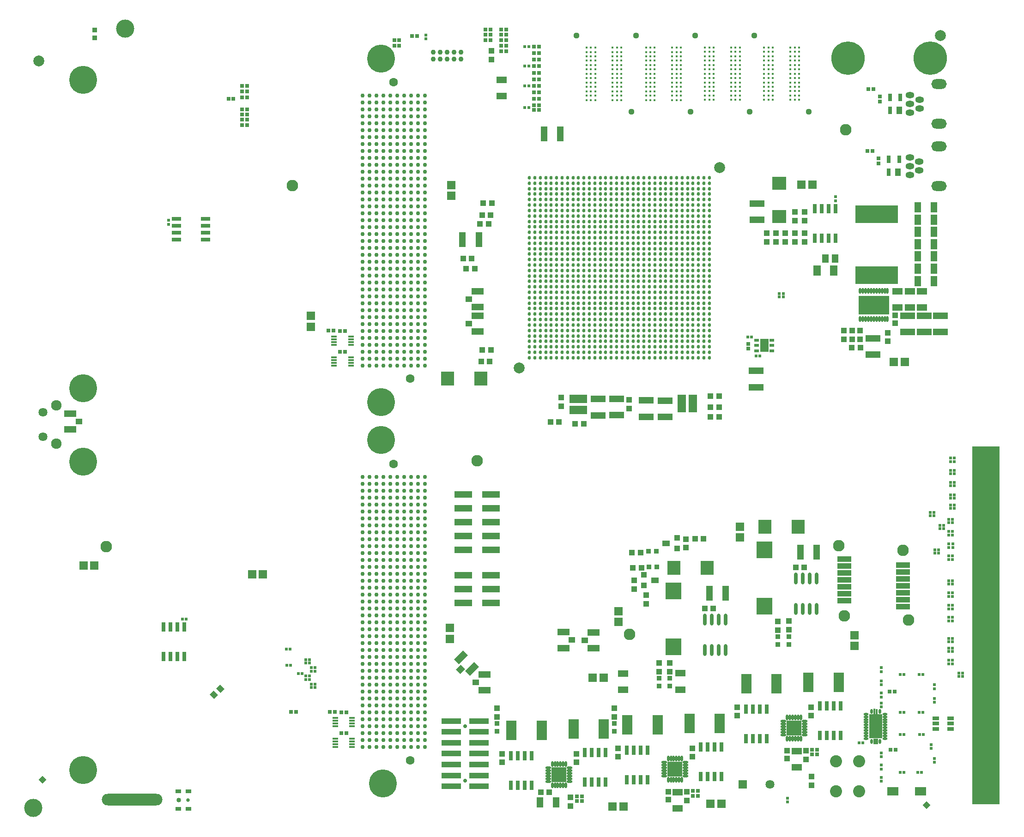
<source format=gbs>
%FSLAX44Y44*%
%MOMM*%
G71*
G01*
G75*
G04 Layer_Color=16711935*
%ADD10C,0.2032*%
%ADD11C,0.2540*%
%ADD12C,0.4572*%
%ADD13C,0.4000*%
%ADD14C,0.3048*%
%ADD15C,0.1300*%
%ADD16C,0.1600*%
%ADD17C,0.1016*%
%ADD18C,0.1750*%
%ADD19C,0.1524*%
%ADD20C,0.1750*%
%ADD21C,0.1500*%
%ADD22C,0.3810*%
%ADD23C,0.6350*%
%ADD24C,0.4064*%
%ADD25C,0.5080*%
%ADD26C,0.5000*%
%ADD27C,0.6604*%
%ADD28C,0.1727*%
%ADD29C,0.7620*%
%ADD30R,0.4500X0.4000*%
%ADD31R,1.8000X1.1500*%
%ADD32R,0.4000X0.4500*%
%ADD33R,1.0000X0.9000*%
%ADD34R,0.9000X1.0000*%
%ADD35R,3.1800X2.0300*%
%ADD36R,1.4000X0.7600*%
%ADD37R,0.6000X0.6000*%
%ADD38R,0.6000X0.6000*%
%ADD39R,3.2000X1.4000*%
%ADD40R,0.6200X0.6200*%
%ADD41R,0.9500X1.0000*%
%ADD42R,1.1500X1.8000*%
%ADD43R,1.8000X1.1500*%
%ADD44R,2.3500X2.5000*%
%ADD45R,2.7000X1.1500*%
%ADD46R,1.1500X1.8000*%
%ADD47R,1.1500X2.7000*%
%ADD48C,1.2000*%
%ADD49R,1.7000X2.4000*%
%ADD50R,0.6000X0.6200*%
%ADD51R,0.6200X0.6200*%
%ADD52R,1.3000X1.5450*%
%ADD53R,2.1500X1.7000*%
%ADD54R,1.1500X1.4500*%
%ADD55R,1.0000X0.9500*%
%ADD56P,0.8485X4X90.0*%
%ADD57R,2.0000X4.0000*%
G04:AMPARAMS|DCode=58|XSize=0.45mm|YSize=0.4mm|CornerRadius=0mm|HoleSize=0mm|Usage=FLASHONLY|Rotation=315.000|XOffset=0mm|YOffset=0mm|HoleType=Round|Shape=Rectangle|*
%AMROTATEDRECTD58*
4,1,4,-0.3005,0.0177,-0.0177,0.3005,0.3005,-0.0177,0.0177,-0.3005,-0.3005,0.0177,0.0*
%
%ADD58ROTATEDRECTD58*%

%ADD59R,0.9500X0.9500*%
%ADD60P,6.4944X8X202.5*%
%ADD61R,1.7780X2.0320*%
%ADD62R,1.7000X0.4800*%
%ADD63R,1.2000X0.4800*%
%ADD64R,3.1000X0.4800*%
%ADD65R,1.3250X0.4800*%
%ADD66R,1.5750X0.4800*%
%ADD67R,1.0500X1.4000*%
%ADD68R,0.8000X0.6000*%
%ADD69R,1.5000X3.5000*%
%ADD70R,0.6200X0.6000*%
%ADD71R,1.0000X0.8500*%
%ADD72R,0.8500X1.0000*%
%ADD73C,1.0000*%
%ADD74P,1.4142X4X360.0*%
G04:AMPARAMS|DCode=75|XSize=0.45mm|YSize=0.4mm|CornerRadius=0mm|HoleSize=0mm|Usage=FLASHONLY|Rotation=225.000|XOffset=0mm|YOffset=0mm|HoleType=Round|Shape=Rectangle|*
%AMROTATEDRECTD75*
4,1,4,0.0177,0.3005,0.3005,0.0177,-0.0177,-0.3005,-0.3005,-0.0177,0.0177,0.3005,0.0*
%
%ADD75ROTATEDRECTD75*%

G04:AMPARAMS|DCode=76|XSize=0.45mm|YSize=0.4mm|CornerRadius=0mm|HoleSize=0mm|Usage=FLASHONLY|Rotation=80.000|XOffset=0mm|YOffset=0mm|HoleType=Round|Shape=Rectangle|*
%AMROTATEDRECTD76*
4,1,4,0.1579,-0.2563,-0.2360,-0.1868,-0.1579,0.2563,0.2360,0.1868,0.1579,-0.2563,0.0*
%
%ADD76ROTATEDRECTD76*%

G04:AMPARAMS|DCode=77|XSize=0.45mm|YSize=0.4mm|CornerRadius=0mm|HoleSize=0mm|Usage=FLASHONLY|Rotation=290.000|XOffset=0mm|YOffset=0mm|HoleType=Round|Shape=Rectangle|*
%AMROTATEDRECTD77*
4,1,4,-0.2649,0.1430,0.1110,0.2798,0.2649,-0.1430,-0.1110,-0.2798,-0.2649,0.1430,0.0*
%
%ADD77ROTATEDRECTD77*%

%ADD78R,1.9000X1.3000*%
G04:AMPARAMS|DCode=79|XSize=1mm|YSize=0.95mm|CornerRadius=0mm|HoleSize=0mm|Usage=FLASHONLY|Rotation=135.000|XOffset=0mm|YOffset=0mm|HoleType=Round|Shape=Rectangle|*
%AMROTATEDRECTD79*
4,1,4,0.6894,-0.0177,0.0177,-0.6894,-0.6894,0.0177,-0.0177,0.6894,0.6894,-0.0177,0.0*
%
%ADD79ROTATEDRECTD79*%

%ADD80R,0.9500X1.0000*%
%ADD81R,2.0300X3.1800*%
%ADD82R,0.7600X1.4000*%
%ADD83P,0.8485X4X360.0*%
G04:AMPARAMS|DCode=84|XSize=0.95mm|YSize=1mm|CornerRadius=0mm|HoleSize=0mm|Usage=FLASHONLY|Rotation=315.000|XOffset=0mm|YOffset=0mm|HoleType=Round|Shape=Rectangle|*
%AMROTATEDRECTD84*
4,1,4,-0.6894,-0.0177,0.0177,0.6894,0.6894,0.0177,-0.0177,-0.6894,-0.6894,-0.0177,0.0*
%
%ADD84ROTATEDRECTD84*%

%ADD85R,0.6000X0.8000*%
G04:AMPARAMS|DCode=86|XSize=0.95mm|YSize=1mm|CornerRadius=0mm|HoleSize=0mm|Usage=FLASHONLY|Rotation=225.000|XOffset=0mm|YOffset=0mm|HoleType=Round|Shape=Rectangle|*
%AMROTATEDRECTD86*
4,1,4,-0.0177,0.6894,0.6894,-0.0177,0.0177,-0.6894,-0.6894,0.0177,-0.0177,0.6894,0.0*
%
%ADD86ROTATEDRECTD86*%

%ADD87R,3.3500X3.3500*%
%ADD88O,0.3000X1.0500*%
%ADD89O,1.0500X0.3000*%
%ADD90R,1.2700X0.9144*%
%ADD91R,0.9144X0.9144*%
%ADD92R,1.7780X0.4064*%
%ADD93R,0.3000X1.0000*%
%ADD94R,3.4000X1.6000*%
%ADD95R,1.6000X3.4000*%
%ADD96R,0.6500X0.5000*%
%ADD97R,0.8000X1.0000*%
%ADD98O,1.5000X0.2700*%
%ADD99R,1.5000X0.2700*%
%ADD100R,1.3000X1.0000*%
%ADD101R,1.3000X0.6000*%
%ADD102R,0.9144X1.2700*%
%ADD103R,0.9144X0.9144*%
%ADD104O,0.6096X2.0320*%
%ADD105R,0.3000X0.8500*%
%ADD106R,2.5000X1.7500*%
%ADD107R,2.3000X4.3000*%
%ADD108O,0.3000X0.8000*%
%ADD109O,0.8000X0.3000*%
%ADD110O,1.5500X0.4500*%
%ADD111R,0.4500X0.3000*%
%ADD112R,1.5000X0.4500*%
%ADD113R,0.7620X0.7620*%
%ADD114R,0.6000X1.0500*%
%ADD115O,1.0000X0.3000*%
%ADD116R,1.0000X0.3000*%
%ADD117R,0.7000X0.2500*%
%ADD118R,0.2500X0.7000*%
%ADD119R,4.2000X4.2000*%
G04:AMPARAMS|DCode=120|XSize=0.6mm|YSize=1.55mm|CornerRadius=0mm|HoleSize=0mm|Usage=FLASHONLY|Rotation=225.000|XOffset=0mm|YOffset=0mm|HoleType=Round|Shape=Rectangle|*
%AMROTATEDRECTD120*
4,1,4,-0.3359,0.7601,0.7601,-0.3359,0.3359,-0.7601,-0.7601,0.3359,-0.3359,0.7601,0.0*
%
%ADD120ROTATEDRECTD120*%

%ADD121R,4.8000X5.1600*%
%ADD122R,0.5500X1.0000*%
%ADD123R,6.5000X6.5000*%
%ADD124R,1.5000X0.3000*%
%ADD125R,0.3000X1.5000*%
%ADD126O,0.3000X1.5000*%
%ADD127R,0.6500X1.0500*%
%ADD128O,2.0320X0.6096*%
%ADD129R,1.0500X0.6000*%
%ADD130R,1.0160X0.2500*%
%ADD131R,0.2500X1.0160*%
%ADD132O,0.2500X1.0160*%
%ADD133R,2.0000X0.6000*%
%ADD134R,0.7620X0.7620*%
%ADD135O,0.9000X0.3000*%
%ADD136O,0.3000X0.9000*%
%ADD137R,3.5500X3.5500*%
%ADD138R,1.1000X0.6000*%
%ADD139R,0.4500X1.5000*%
%ADD140R,1.8000X2.0000*%
%ADD141O,1.5000X0.3000*%
%ADD142R,0.7000X0.8000*%
%ADD143R,0.4000X0.4000*%
%ADD144R,1.4500X1.1500*%
%ADD145R,4.8000X6.4000*%
%ADD146R,1.5000X1.5000*%
%ADD147R,1.5000X1.5000*%
%ADD148P,2.1213X4X180.0*%
%ADD149C,0.5000*%
%ADD150R,1.2500X1.3500*%
%ADD151R,1.1000X0.9000*%
%ADD152C,0.1270*%
%ADD153C,1.0000*%
%ADD154C,0.3556*%
%ADD155C,0.1778*%
%ADD156R,0.2500X1.1500*%
%ADD157C,2.0000*%
%ADD158C,5.0000*%
%ADD159C,1.5000*%
%ADD160C,1.8000*%
%ADD161C,6.0000*%
%ADD162C,3.2000*%
%ADD163O,11.0000X2.0000*%
%ADD164C,0.8000*%
%ADD165O,2.7000X1.7000*%
%ADD166O,1.5000X1.0000*%
%ADD167C,0.6000*%
%ADD168C,2.1000*%
%ADD169C,0.4000*%
%ADD170C,0.4500*%
%ADD171C,0.4572*%
%ADD172C,0.1300*%
%ADD173C,0.1650*%
%ADD174R,2.0000X0.4800*%
%ADD175R,0.9000X0.4800*%
%ADD176R,1.8500X3.4000*%
%ADD177R,1.4000X3.2000*%
%ADD178R,0.9500X0.9500*%
%ADD179R,2.5000X2.3500*%
%ADD180R,2.0000X1.5000*%
%ADD181R,2.7900X2.9200*%
%ADD182R,7.6200X3.1800*%
%ADD183R,1.2500X1.8500*%
%ADD184R,0.9500X0.5500*%
%ADD185P,1.4142X4X270.0*%
%ADD186R,2.5500X2.5500*%
G04:AMPARAMS|DCode=187|XSize=1.1mm|YSize=2.2mm|CornerRadius=0mm|HoleSize=0mm|Usage=FLASHONLY|Rotation=135.000|XOffset=0mm|YOffset=0mm|HoleType=Round|Shape=Rectangle|*
%AMROTATEDRECTD187*
4,1,4,1.1667,0.3889,-0.3889,-1.1667,-1.1667,-0.3889,0.3889,1.1667,1.1667,0.3889,0.0*
%
%ADD187ROTATEDRECTD187*%

G04:AMPARAMS|DCode=188|XSize=1mm|YSize=1.1mm|CornerRadius=0mm|HoleSize=0mm|Usage=FLASHONLY|Rotation=135.000|XOffset=0mm|YOffset=0mm|HoleType=Round|Shape=Rectangle|*
%AMROTATEDRECTD188*
4,1,4,0.7425,0.0354,-0.0354,-0.7425,-0.7425,-0.0354,0.0354,0.7425,0.7425,0.0354,0.0*
%
%ADD188ROTATEDRECTD188*%

%ADD189R,2.2000X1.1000*%
%ADD190R,1.1000X1.0000*%
%ADD191R,3.1500X1.0200*%
%ADD192C,0.3048*%
%ADD193R,1.5000X2.3000*%
%ADD194R,0.7000X0.3500*%
%ADD195C,0.6400*%
%ADD196R,0.6000X1.5500*%
%ADD197O,0.3000X0.9000*%
%ADD198R,5.4800X3.2400*%
%ADD199R,1.5500X0.6000*%
%ADD200R,3.5000X0.9000*%
%ADD201R,2.4000X0.9000*%
%ADD202R,1.0000X1.3000*%
%ADD203R,0.6000X1.3000*%
%ADD204C,0.2500*%
%ADD205C,0.2000*%
%ADD206C,0.1000*%
%ADD207C,0.6000*%
%ADD208C,0.0508*%
%ADD209C,0.1519*%
%ADD210R,0.2500X1.0250*%
%ADD211R,1.2192X1.1938*%
%ADD212R,1.2000X1.2000*%
%ADD213R,0.9000X1.0250*%
%ADD214R,0.4500X1.1250*%
%ADD215R,0.4500X1.0500*%
%ADD216R,0.5770X0.5270*%
%ADD217R,1.9270X1.2770*%
%ADD218R,0.5270X0.5770*%
%ADD219R,1.1270X1.0270*%
%ADD220R,1.0270X1.1270*%
%ADD221R,3.3070X2.1570*%
%ADD222R,1.5270X0.8870*%
%ADD223R,0.7270X0.7270*%
%ADD224R,0.7270X0.7270*%
%ADD225R,3.3270X1.5270*%
%ADD226R,0.7470X0.7470*%
%ADD227R,1.0770X1.1270*%
%ADD228R,1.2770X1.9270*%
%ADD229R,1.9270X1.2770*%
%ADD230R,2.4770X2.6270*%
%ADD231R,2.8270X1.2770*%
%ADD232R,1.2770X1.9270*%
%ADD233R,1.2770X2.8270*%
%ADD234C,1.3270*%
%ADD235R,1.8270X2.5270*%
%ADD236R,0.7270X0.7470*%
%ADD237R,0.7470X0.7470*%
%ADD238R,1.4270X1.6720*%
%ADD239R,2.2770X1.8270*%
%ADD240R,1.2770X1.5770*%
%ADD241R,1.1270X1.0770*%
%ADD242P,1.0281X4X90.0*%
%ADD243R,2.1270X4.1270*%
G04:AMPARAMS|DCode=244|XSize=0.577mm|YSize=0.527mm|CornerRadius=0mm|HoleSize=0mm|Usage=FLASHONLY|Rotation=315.000|XOffset=0mm|YOffset=0mm|HoleType=Round|Shape=Rectangle|*
%AMROTATEDRECTD244*
4,1,4,-0.3903,0.0177,-0.0177,0.3903,0.3903,-0.0177,0.0177,-0.3903,-0.3903,0.0177,0.0*
%
%ADD244ROTATEDRECTD244*%

%ADD245R,1.0770X1.0770*%
%ADD246P,6.6319X8X202.5*%
%ADD247R,1.9050X2.1590*%
%ADD248R,1.8270X0.6070*%
%ADD249R,1.3270X0.6070*%
%ADD250R,3.2270X0.6070*%
%ADD251R,1.4520X0.6070*%
%ADD252R,1.7020X0.6070*%
%ADD253R,1.1770X1.5270*%
%ADD254R,0.9270X0.7270*%
%ADD255R,1.6270X3.6270*%
%ADD256R,0.7470X0.7270*%
%ADD257R,1.1270X0.9770*%
%ADD258R,0.9770X1.1270*%
%ADD259C,2.0000*%
G04:AMPARAMS|DCode=260|XSize=0.577mm|YSize=0.527mm|CornerRadius=0mm|HoleSize=0mm|Usage=FLASHONLY|Rotation=225.000|XOffset=0mm|YOffset=0mm|HoleType=Round|Shape=Rectangle|*
%AMROTATEDRECTD260*
4,1,4,0.0177,0.3903,0.3903,0.0177,-0.0177,-0.3903,-0.3903,-0.0177,0.0177,0.3903,0.0*
%
%ADD260ROTATEDRECTD260*%

G04:AMPARAMS|DCode=261|XSize=0.577mm|YSize=0.527mm|CornerRadius=0mm|HoleSize=0mm|Usage=FLASHONLY|Rotation=80.000|XOffset=0mm|YOffset=0mm|HoleType=Round|Shape=Rectangle|*
%AMROTATEDRECTD261*
4,1,4,0.2094,-0.3299,-0.3096,-0.2384,-0.2094,0.3299,0.3096,0.2384,0.2094,-0.3299,0.0*
%
%ADD261ROTATEDRECTD261*%

G04:AMPARAMS|DCode=262|XSize=0.577mm|YSize=0.527mm|CornerRadius=0mm|HoleSize=0mm|Usage=FLASHONLY|Rotation=290.000|XOffset=0mm|YOffset=0mm|HoleType=Round|Shape=Rectangle|*
%AMROTATEDRECTD262*
4,1,4,-0.3463,0.1810,0.1489,0.3612,0.3463,-0.1810,-0.1489,-0.3612,-0.3463,0.1810,0.0*
%
%ADD262ROTATEDRECTD262*%

%ADD263R,2.0270X1.4270*%
G04:AMPARAMS|DCode=264|XSize=1.127mm|YSize=1.077mm|CornerRadius=0mm|HoleSize=0mm|Usage=FLASHONLY|Rotation=135.000|XOffset=0mm|YOffset=0mm|HoleType=Round|Shape=Rectangle|*
%AMROTATEDRECTD264*
4,1,4,0.7792,-0.0177,0.0177,-0.7792,-0.7792,0.0177,-0.0177,0.7792,0.7792,-0.0177,0.0*
%
%ADD264ROTATEDRECTD264*%

%ADD265R,1.0770X1.1270*%
%ADD266R,2.1570X3.3070*%
%ADD267R,0.8870X1.5270*%
%ADD268P,1.0281X4X360.0*%
G04:AMPARAMS|DCode=269|XSize=1.077mm|YSize=1.127mm|CornerRadius=0mm|HoleSize=0mm|Usage=FLASHONLY|Rotation=315.000|XOffset=0mm|YOffset=0mm|HoleType=Round|Shape=Rectangle|*
%AMROTATEDRECTD269*
4,1,4,-0.7792,-0.0177,0.0177,0.7792,0.7792,0.0177,-0.0177,-0.7792,-0.7792,-0.0177,0.0*
%
%ADD269ROTATEDRECTD269*%

%ADD270R,0.7270X0.9270*%
G04:AMPARAMS|DCode=271|XSize=1.077mm|YSize=1.127mm|CornerRadius=0mm|HoleSize=0mm|Usage=FLASHONLY|Rotation=225.000|XOffset=0mm|YOffset=0mm|HoleType=Round|Shape=Rectangle|*
%AMROTATEDRECTD271*
4,1,4,-0.0177,0.7792,0.7792,-0.0177,0.0177,-0.7792,-0.7792,0.0177,-0.0177,0.7792,0.0*
%
%ADD271ROTATEDRECTD271*%

%ADD272R,3.4770X3.4770*%
%ADD273O,0.4270X1.1770*%
%ADD274O,1.1770X0.4270*%
%ADD275R,1.3970X1.0414*%
%ADD276R,1.0414X1.0414*%
%ADD277R,1.9050X0.5334*%
%ADD278R,0.4270X1.1270*%
%ADD279R,3.5270X1.7270*%
%ADD280R,1.7270X3.5270*%
%ADD281R,0.7770X0.6270*%
%ADD282R,0.9270X1.1270*%
%ADD283O,1.6270X0.3970*%
%ADD284R,1.6270X0.3970*%
%ADD285R,1.4270X1.1270*%
%ADD286R,1.4270X0.7270*%
%ADD287R,1.0414X1.3970*%
%ADD288R,1.0414X1.0414*%
%ADD289O,0.7366X2.1590*%
%ADD290R,0.4270X0.9770*%
%ADD291R,2.6270X1.8770*%
%ADD292R,2.4270X4.4270*%
%ADD293O,0.4270X0.9270*%
%ADD294O,0.9270X0.4270*%
%ADD295O,1.6770X0.5770*%
%ADD296R,0.5770X0.4270*%
%ADD297R,1.6270X0.5770*%
%ADD298R,0.8890X0.8890*%
%ADD299R,0.7270X1.1770*%
%ADD300O,1.1270X0.4270*%
%ADD301R,1.1270X0.4270*%
%ADD302R,0.8270X0.3770*%
%ADD303R,0.3770X0.8270*%
%ADD304R,4.3270X4.3270*%
G04:AMPARAMS|DCode=305|XSize=0.727mm|YSize=1.677mm|CornerRadius=0mm|HoleSize=0mm|Usage=FLASHONLY|Rotation=225.000|XOffset=0mm|YOffset=0mm|HoleType=Round|Shape=Rectangle|*
%AMROTATEDRECTD305*
4,1,4,-0.3359,0.8499,0.8499,-0.3359,0.3359,-0.8499,-0.8499,0.3359,-0.3359,0.8499,0.0*
%
%ADD305ROTATEDRECTD305*%

%ADD306R,4.9270X5.2870*%
%ADD307R,0.6770X1.1270*%
%ADD308R,6.6270X6.6270*%
%ADD309R,1.6270X0.4270*%
%ADD310R,0.4270X1.6270*%
%ADD311O,0.4270X1.6270*%
%ADD312R,0.7770X1.1770*%
%ADD313O,2.1590X0.7366*%
%ADD314R,1.1770X0.7270*%
%ADD315R,1.1430X0.3770*%
%ADD316R,0.3770X1.1430*%
%ADD317O,0.3770X1.1430*%
%ADD318R,2.1270X0.7270*%
%ADD319R,0.8890X0.8890*%
%ADD320O,1.0270X0.4270*%
%ADD321O,0.4270X1.0270*%
%ADD322R,3.6770X3.6770*%
%ADD323R,1.2270X0.7270*%
%ADD324R,0.5770X1.6270*%
%ADD325R,1.9270X2.1270*%
%ADD326O,1.6270X0.4270*%
%ADD327R,0.8270X0.9270*%
%ADD328R,0.5270X0.5270*%
%ADD329R,1.5770X1.2770*%
%ADD330R,4.9270X6.5270*%
%ADD331R,1.6270X1.6270*%
%ADD332R,1.6270X1.6270*%
%ADD333P,2.3009X4X180.0*%
%ADD334C,0.6270*%
%ADD335R,1.3770X1.4770*%
%ADD336R,1.2270X1.0270*%
%ADD337C,2.1270*%
%ADD338C,5.1270*%
%ADD339C,1.6270*%
%ADD340C,0.8500*%
%ADD341C,0.6500*%
%ADD342C,1.9270*%
%ADD343C,6.1270*%
%ADD344C,3.3270*%
%ADD345O,11.1270X2.1270*%
%ADD346C,1.6000*%
%ADD347C,0.9270*%
%ADD348O,2.8270X1.8270*%
%ADD349O,1.6270X1.1270*%
%ADD350C,0.7270*%
%ADD351C,2.2270*%
%ADD352R,2.1270X0.6070*%
%ADD353R,1.0270X0.6070*%
%ADD354R,1.9770X3.5270*%
%ADD355R,1.5270X3.3270*%
%ADD356R,1.0770X1.0770*%
%ADD357R,2.6270X2.4770*%
%ADD358R,2.1270X1.6270*%
%ADD359R,2.9170X3.0470*%
%ADD360R,7.7470X3.3070*%
%ADD361R,1.3770X1.9770*%
%ADD362R,1.0770X0.6770*%
%ADD363O,0.4400X1.0400*%
%ADD364O,1.0400X0.4400*%
%ADD365R,2.6900X2.6900*%
G04:AMPARAMS|DCode=366|XSize=1.227mm|YSize=2.327mm|CornerRadius=0mm|HoleSize=0mm|Usage=FLASHONLY|Rotation=135.000|XOffset=0mm|YOffset=0mm|HoleType=Round|Shape=Rectangle|*
%AMROTATEDRECTD366*
4,1,4,1.2565,0.3889,-0.3889,-1.2565,-1.2565,-0.3889,0.3889,1.2565,1.2565,0.3889,0.0*
%
%ADD366ROTATEDRECTD366*%

G04:AMPARAMS|DCode=367|XSize=1.127mm|YSize=1.227mm|CornerRadius=0mm|HoleSize=0mm|Usage=FLASHONLY|Rotation=135.000|XOffset=0mm|YOffset=0mm|HoleType=Round|Shape=Rectangle|*
%AMROTATEDRECTD367*
4,1,4,0.8323,0.0354,-0.0354,-0.8323,-0.8323,-0.0354,0.0354,0.8323,0.8323,0.0354,0.0*
%
%ADD367ROTATEDRECTD367*%

%ADD368R,2.3270X1.2270*%
%ADD369R,1.2270X1.1270*%
%ADD370R,3.2770X1.1470*%
%ADD371C,0.4318*%
%ADD372C,1.1270*%
%ADD373R,1.6270X2.4270*%
%ADD374R,0.8270X0.4770*%
%ADD375C,0.7670*%
%ADD376R,0.7270X1.6770*%
%ADD377O,0.4270X1.0270*%
%ADD378R,5.6070X3.3670*%
%ADD379R,1.6770X0.7270*%
%ADD380R,3.6270X1.0270*%
%ADD381R,2.5270X1.0270*%
%ADD382R,1.1270X1.4270*%
%ADD383R,0.7270X1.4270*%
G36*
X1771000Y7000D02*
X1721000D01*
Y663000D01*
X1771000D01*
Y7000D01*
D02*
G37*
D185*
X1637500Y5000D02*
D03*
X16500Y52000D02*
D03*
D213*
X1543751Y122375D02*
D03*
D214*
X1546000Y176625D02*
D03*
D215*
X1541500Y177000D02*
D03*
D216*
X1367250Y943750D02*
D03*
X1374250D02*
D03*
X470750Y291500D02*
D03*
X463750D02*
D03*
X509250Y227250D02*
D03*
X516250D02*
D03*
X509250Y220750D02*
D03*
X516250D02*
D03*
X499250Y242250D02*
D03*
X506250D02*
D03*
X499250Y235750D02*
D03*
X506250D02*
D03*
X499250Y272250D02*
D03*
X506250D02*
D03*
X499250Y265750D02*
D03*
X506250D02*
D03*
X509250Y257250D02*
D03*
X516250D02*
D03*
X1677500Y410500D02*
D03*
X1684500D02*
D03*
X279750Y346250D02*
D03*
X272750Y346250D02*
D03*
X1367250Y937250D02*
D03*
X1374250D02*
D03*
X1684500Y304750D02*
D03*
X1677500D02*
D03*
X1684500Y311250D02*
D03*
X1677500D02*
D03*
X1684500Y293250D02*
D03*
X1677500Y293250D02*
D03*
X1684500Y286750D02*
D03*
X1677500D02*
D03*
X1684500Y264500D02*
D03*
X1677500D02*
D03*
X1684500Y271000D02*
D03*
X1677500Y271000D02*
D03*
X1703411Y247548D02*
D03*
X1696411D02*
D03*
X1703411Y241048D02*
D03*
X1696411D02*
D03*
X1623500Y244500D02*
D03*
X1630500D02*
D03*
X1595500Y175500D02*
D03*
X1588500Y175500D02*
D03*
X1623500Y175500D02*
D03*
X1630500D02*
D03*
X1595500Y244500D02*
D03*
X1588500Y244500D02*
D03*
X1331750Y828750D02*
D03*
X1324750D02*
D03*
X1677500Y394500D02*
D03*
X1684500D02*
D03*
X1677500Y388000D02*
D03*
X1684500D02*
D03*
X1677500Y529500D02*
D03*
X1684500D02*
D03*
X1677500Y523000D02*
D03*
X1684500D02*
D03*
X1677500Y507250D02*
D03*
X1684500D02*
D03*
X1677500Y500750D02*
D03*
X1684500Y500750D02*
D03*
X1678000Y484452D02*
D03*
X1685000Y484452D02*
D03*
X1678000Y477952D02*
D03*
X1685000D02*
D03*
X1677500Y462000D02*
D03*
X1684500D02*
D03*
X1677500Y455500D02*
D03*
X1684500D02*
D03*
X1677500Y417000D02*
D03*
X1684500D02*
D03*
X1677500Y371750D02*
D03*
X1684500D02*
D03*
X1677500Y365250D02*
D03*
X1684500D02*
D03*
X1677500Y349500D02*
D03*
X1684500D02*
D03*
X1677500Y343000D02*
D03*
X1684500D02*
D03*
X1661250Y518250D02*
D03*
X1668250D02*
D03*
X1661250Y512000D02*
D03*
X1668250D02*
D03*
X1652500Y473500D02*
D03*
X1659500D02*
D03*
X1652500Y467500D02*
D03*
X1659500D02*
D03*
X1681250Y555750D02*
D03*
X1688250D02*
D03*
X1681251Y549749D02*
D03*
X1688251D02*
D03*
X1643750Y541750D02*
D03*
X1650750D02*
D03*
X1643750Y535750D02*
D03*
X1650750D02*
D03*
X1681000Y597000D02*
D03*
X1688000D02*
D03*
X1681000Y591000D02*
D03*
X1688000Y591000D02*
D03*
X1681250Y574500D02*
D03*
X1688250D02*
D03*
X1681250Y568250D02*
D03*
X1688250D02*
D03*
X1680750Y641750D02*
D03*
X1687750Y641750D02*
D03*
X1680750Y635500D02*
D03*
X1687750Y635500D02*
D03*
X1681000Y619000D02*
D03*
X1688000D02*
D03*
X1681000Y612750D02*
D03*
X1688000D02*
D03*
X900750Y1396370D02*
D03*
X907750Y1396370D02*
D03*
X900750Y1284370D02*
D03*
X907750D02*
D03*
X900750Y1360370D02*
D03*
X907750D02*
D03*
X900750Y1324370D02*
D03*
X907750Y1324370D02*
D03*
X1520250Y119250D02*
D03*
X1513250D02*
D03*
X1624000Y134500D02*
D03*
X1631000D02*
D03*
X1595500D02*
D03*
X1588500D02*
D03*
X1595500Y65500D02*
D03*
X1588500D02*
D03*
X1621000Y65500D02*
D03*
X1628000D02*
D03*
X509250Y250750D02*
D03*
X516250D02*
D03*
X1309500Y864000D02*
D03*
X1316500D02*
D03*
X485250Y246500D02*
D03*
X492250D02*
D03*
X471250Y261500D02*
D03*
X464250D02*
D03*
D217*
X1398750Y74500D02*
D03*
Y104500D02*
D03*
X1080750Y246746D02*
D03*
Y216746D02*
D03*
X1180750Y-1000D02*
D03*
Y29000D02*
D03*
X1185500Y247246D02*
D03*
Y217246D02*
D03*
X1583750Y947750D02*
D03*
Y917750D02*
D03*
X1606250Y947750D02*
D03*
Y917750D02*
D03*
X1628750Y947750D02*
D03*
Y917750D02*
D03*
D218*
X1554000Y71500D02*
D03*
X1554000Y78500D02*
D03*
X1554000Y49000D02*
D03*
Y56000D02*
D03*
Y94000D02*
D03*
X1554000Y101000D02*
D03*
X1554500Y185500D02*
D03*
Y192500D02*
D03*
X1554250Y203750D02*
D03*
Y210750D02*
D03*
X1382000Y17750D02*
D03*
Y10750D02*
D03*
X1470500Y1120750D02*
D03*
Y1113750D02*
D03*
X247500Y1070750D02*
D03*
Y1077750D02*
D03*
X1651500Y201000D02*
D03*
X1651500Y194000D02*
D03*
Y219000D02*
D03*
Y226000D02*
D03*
X1554250Y233250D02*
D03*
Y226250D02*
D03*
Y257250D02*
D03*
Y250250D02*
D03*
X1645750Y109000D02*
D03*
Y116000D02*
D03*
X1651500Y91000D02*
D03*
Y84000D02*
D03*
X719500Y1417750D02*
D03*
Y1410750D02*
D03*
D219*
X1384750Y342750D02*
D03*
Y326750D02*
D03*
X1101500Y417750D02*
D03*
X1101500Y401750D02*
D03*
X1122750Y390500D02*
D03*
X1122750Y374500D02*
D03*
X1064500Y183000D02*
D03*
Y167000D02*
D03*
X1364750Y342500D02*
D03*
Y326500D02*
D03*
X849500Y166750D02*
D03*
Y182750D02*
D03*
X1146500Y266000D02*
D03*
Y250000D02*
D03*
X1166500Y266000D02*
D03*
Y250000D02*
D03*
X1566000Y855750D02*
D03*
Y871750D02*
D03*
X1485500Y859250D02*
D03*
Y875250D02*
D03*
X1500500Y859250D02*
D03*
Y875250D02*
D03*
X1515500Y859250D02*
D03*
Y875250D02*
D03*
X1196000Y493250D02*
D03*
Y477250D02*
D03*
D220*
X1113250Y468000D02*
D03*
X1097250D02*
D03*
X1114750Y440500D02*
D03*
X1098750Y440500D02*
D03*
X1499750Y844250D02*
D03*
X1515750D02*
D03*
X1212500Y493500D02*
D03*
X1228500D02*
D03*
D223*
X917750Y1300370D02*
D03*
X926750D02*
D03*
X857500Y1388000D02*
D03*
X866500Y1388000D02*
D03*
X857500Y1398000D02*
D03*
X866500D02*
D03*
X837500Y1428000D02*
D03*
X828500D02*
D03*
X837500Y1418000D02*
D03*
X828500Y1418000D02*
D03*
X837500Y1408000D02*
D03*
X828500Y1408000D02*
D03*
X357500Y1300250D02*
D03*
X366500D02*
D03*
X382500Y1324500D02*
D03*
X391500D02*
D03*
X382500Y1314250D02*
D03*
X391500D02*
D03*
X382500Y1303500D02*
D03*
X391500D02*
D03*
X382500Y1252250D02*
D03*
X391500D02*
D03*
X382500Y1262750D02*
D03*
X391500D02*
D03*
X382500Y1272250D02*
D03*
X391500D02*
D03*
X382500Y1281250D02*
D03*
X391500D02*
D03*
X481250Y176250D02*
D03*
X472250D02*
D03*
X917750Y1348370D02*
D03*
X926750D02*
D03*
X917750Y1360370D02*
D03*
X926750Y1360370D02*
D03*
X917750Y1396370D02*
D03*
X926750D02*
D03*
X917750Y1384370D02*
D03*
X926750Y1384370D02*
D03*
X917750Y1372370D02*
D03*
X926750D02*
D03*
X917750Y1336370D02*
D03*
X926750D02*
D03*
X917750Y1312370D02*
D03*
X926750Y1312370D02*
D03*
X917750Y1324370D02*
D03*
X926750Y1324370D02*
D03*
X917750Y1280620D02*
D03*
X926750D02*
D03*
X917750Y1288870D02*
D03*
X926750D02*
D03*
X571000Y874500D02*
D03*
X562000D02*
D03*
X573250Y175000D02*
D03*
X564250Y175000D02*
D03*
X541000Y876000D02*
D03*
X550000D02*
D03*
X543250Y176500D02*
D03*
X552250D02*
D03*
X571000Y836500D02*
D03*
X562000D02*
D03*
X573250Y137000D02*
D03*
X564250D02*
D03*
X857500Y1408000D02*
D03*
X866500Y1408000D02*
D03*
X857500Y1418000D02*
D03*
X866500Y1418000D02*
D03*
X857500Y1428000D02*
D03*
X866500D02*
D03*
X661500Y1398250D02*
D03*
X670500Y1398250D02*
D03*
X661500Y1408250D02*
D03*
X670500D02*
D03*
X694250Y1415500D02*
D03*
X703250D02*
D03*
X1537750Y1205250D02*
D03*
X1528750D02*
D03*
X1580000Y106500D02*
D03*
X1571000D02*
D03*
X1578250Y213750D02*
D03*
X1569250D02*
D03*
X1530789Y1318571D02*
D03*
X1539789D02*
D03*
D224*
X1436250Y107000D02*
D03*
Y98000D02*
D03*
X1427000D02*
D03*
Y107000D02*
D03*
X1310500Y842250D02*
D03*
X1310500Y851250D02*
D03*
X996250Y12500D02*
D03*
Y21500D02*
D03*
X1005500D02*
D03*
Y12500D02*
D03*
X1209000Y22500D02*
D03*
Y31500D02*
D03*
X1218000Y31500D02*
D03*
Y22500D02*
D03*
X1549250Y1191250D02*
D03*
X1549250Y1182250D02*
D03*
X1551289Y1295571D02*
D03*
Y1304571D02*
D03*
D225*
X998500Y730000D02*
D03*
Y750000D02*
D03*
D227*
X947500Y708000D02*
D03*
X963500D02*
D03*
X787500Y1008000D02*
D03*
X803500D02*
D03*
X1009000Y704750D02*
D03*
X993000D02*
D03*
X793000Y989250D02*
D03*
X809000Y989250D02*
D03*
X822500Y840250D02*
D03*
X838500D02*
D03*
X820500Y818750D02*
D03*
X836500D02*
D03*
X824182Y1109500D02*
D03*
X840182D02*
D03*
X822250Y1087500D02*
D03*
X838250D02*
D03*
X818250Y1071250D02*
D03*
X834250D02*
D03*
X1256750Y717500D02*
D03*
X1240750Y717500D02*
D03*
X1256750Y755000D02*
D03*
X1240750Y755000D02*
D03*
X1256750Y735000D02*
D03*
X1240750Y735000D02*
D03*
D229*
X858500Y1305750D02*
D03*
Y1335750D02*
D03*
D230*
X820250Y787500D02*
D03*
X758750D02*
D03*
X1340545Y515745D02*
D03*
X1402045Y515745D02*
D03*
X1173778Y440661D02*
D03*
X1235278D02*
D03*
D231*
X1069056Y750488D02*
D03*
Y720488D02*
D03*
X1539000Y861250D02*
D03*
Y831250D02*
D03*
X1602500Y872750D02*
D03*
Y902750D02*
D03*
X1632500Y872750D02*
D03*
X1632500Y902750D02*
D03*
X1662500D02*
D03*
X1662500Y872750D02*
D03*
X1035000Y749988D02*
D03*
Y719988D02*
D03*
X1157500Y747250D02*
D03*
Y717250D02*
D03*
X1123500Y747500D02*
D03*
Y717500D02*
D03*
X1326250Y1078500D02*
D03*
Y1108500D02*
D03*
X1324750Y771750D02*
D03*
Y801750D02*
D03*
D232*
X928254Y10500D02*
D03*
X958254D02*
D03*
X1651000Y1101500D02*
D03*
X1621000Y1101500D02*
D03*
X1651000Y1079000D02*
D03*
X1621000Y1079000D02*
D03*
X1651000Y1056500D02*
D03*
X1621000D02*
D03*
X1651000Y1034000D02*
D03*
X1621000Y1034000D02*
D03*
Y966500D02*
D03*
X1651000D02*
D03*
X1621000Y1011500D02*
D03*
X1651000D02*
D03*
Y989000D02*
D03*
X1621000D02*
D03*
D233*
X1405545Y468995D02*
D03*
X1435545D02*
D03*
X1238778Y393911D02*
D03*
X1268778Y393911D02*
D03*
X816250Y1042500D02*
D03*
X786250D02*
D03*
X935750Y1236250D02*
D03*
X965750D02*
D03*
D240*
X1469750Y1008000D02*
D03*
X1451750D02*
D03*
D241*
X984700Y19750D02*
D03*
Y3750D02*
D03*
X1426500Y41500D02*
D03*
Y57500D02*
D03*
X967000Y753000D02*
D03*
Y737000D02*
D03*
X1416000Y105250D02*
D03*
Y89250D02*
D03*
X1198000Y29750D02*
D03*
Y13750D02*
D03*
X1395750Y1038250D02*
D03*
Y1054250D02*
D03*
X1413250Y1038250D02*
D03*
Y1054250D02*
D03*
Y1093500D02*
D03*
Y1077500D02*
D03*
X1344000Y1038000D02*
D03*
Y1054000D02*
D03*
X1378250Y1038000D02*
D03*
Y1054000D02*
D03*
X1092000Y732738D02*
D03*
Y748738D02*
D03*
X1360750Y1038000D02*
D03*
Y1054000D02*
D03*
X1395750Y1093500D02*
D03*
Y1077500D02*
D03*
X839250Y1388500D02*
D03*
Y1372500D02*
D03*
D245*
X994950Y84000D02*
D03*
Y99000D02*
D03*
X859200Y84000D02*
D03*
Y99000D02*
D03*
X1425500Y169500D02*
D03*
Y184500D02*
D03*
X1579250Y888750D02*
D03*
Y903750D02*
D03*
X1289750Y169500D02*
D03*
X1289750Y184500D02*
D03*
X1381250Y105500D02*
D03*
X1381250Y90500D02*
D03*
X1207500Y94000D02*
D03*
Y109000D02*
D03*
X1163750Y30000D02*
D03*
Y15000D02*
D03*
X1071750Y94000D02*
D03*
Y109000D02*
D03*
D248*
X1753000Y237500D02*
D03*
Y125000D02*
D03*
Y305000D02*
D03*
Y102500D02*
D03*
Y192500D02*
D03*
Y170000D02*
D03*
Y162500D02*
D03*
Y185000D02*
D03*
Y350000D02*
D03*
Y275000D02*
D03*
Y365000D02*
D03*
Y282500D02*
D03*
Y387500D02*
D03*
Y117500D02*
D03*
Y252500D02*
D03*
Y297500D02*
D03*
Y395000D02*
D03*
Y260000D02*
D03*
Y372500D02*
D03*
Y95000D02*
D03*
Y342500D02*
D03*
Y230000D02*
D03*
Y567500D02*
D03*
Y477500D02*
D03*
Y500000D02*
D03*
Y455000D02*
D03*
Y507500D02*
D03*
Y530000D02*
D03*
Y612500D02*
D03*
Y590000D02*
D03*
Y417500D02*
D03*
Y522500D02*
D03*
Y462500D02*
D03*
Y597500D02*
D03*
Y620000D02*
D03*
Y485000D02*
D03*
Y410000D02*
D03*
Y575000D02*
D03*
D249*
X1736500Y590000D02*
D03*
Y95000D02*
D03*
Y297500D02*
D03*
Y530000D02*
D03*
Y260000D02*
D03*
Y387500D02*
D03*
Y237500D02*
D03*
Y410000D02*
D03*
Y575000D02*
D03*
Y125000D02*
D03*
Y455000D02*
D03*
Y117500D02*
D03*
Y192500D02*
D03*
Y162500D02*
D03*
Y597500D02*
D03*
Y507500D02*
D03*
Y252500D02*
D03*
Y342500D02*
D03*
Y170000D02*
D03*
Y185000D02*
D03*
Y365000D02*
D03*
Y275000D02*
D03*
Y612500D02*
D03*
Y477500D02*
D03*
Y102500D02*
D03*
Y620000D02*
D03*
Y282500D02*
D03*
Y305000D02*
D03*
Y395000D02*
D03*
Y372500D02*
D03*
Y485000D02*
D03*
Y230000D02*
D03*
Y567500D02*
D03*
Y462500D02*
D03*
Y417500D02*
D03*
Y350000D02*
D03*
Y522500D02*
D03*
Y500000D02*
D03*
D250*
X1746000Y132500D02*
D03*
Y335000D02*
D03*
Y147500D02*
D03*
Y42500D02*
D03*
Y155000D02*
D03*
Y87500D02*
D03*
Y267500D02*
D03*
Y222500D02*
D03*
Y215000D02*
D03*
Y312500D02*
D03*
Y200000D02*
D03*
Y80000D02*
D03*
Y357500D02*
D03*
Y110000D02*
D03*
Y27500D02*
D03*
Y177500D02*
D03*
Y327500D02*
D03*
Y245000D02*
D03*
Y402500D02*
D03*
Y20000D02*
D03*
Y65000D02*
D03*
Y380000D02*
D03*
Y290000D02*
D03*
Y440000D02*
D03*
Y560000D02*
D03*
Y642500D02*
D03*
Y470000D02*
D03*
Y515000D02*
D03*
Y582500D02*
D03*
Y492500D02*
D03*
Y552500D02*
D03*
Y650000D02*
D03*
Y605000D02*
D03*
Y537500D02*
D03*
Y447500D02*
D03*
Y627500D02*
D03*
Y425000D02*
D03*
D251*
X1754875Y50000D02*
D03*
Y207500D02*
D03*
Y57500D02*
D03*
Y320000D02*
D03*
Y72500D02*
D03*
Y140000D02*
D03*
Y545000D02*
D03*
Y432500D02*
D03*
D252*
X1738375Y57500D02*
D03*
Y207500D02*
D03*
Y320000D02*
D03*
Y545000D02*
D03*
Y72500D02*
D03*
Y50000D02*
D03*
Y140000D02*
D03*
Y432500D02*
D03*
D259*
X1662500Y1417000D02*
D03*
X9500Y1370000D02*
D03*
X890564Y807328D02*
D03*
X1257564Y1174328D02*
D03*
D264*
X331000Y207250D02*
D03*
X342314Y218564D02*
D03*
D275*
X1159680Y485648D02*
D03*
X1139320Y417902D02*
D03*
D276*
X1180000Y495300D02*
D03*
Y476250D02*
D03*
X1119000Y427300D02*
D03*
X1119000Y408250D02*
D03*
D289*
X1397345Y420875D02*
D03*
X1435444Y364995D02*
D03*
X1397345Y364995D02*
D03*
X1435444Y420875D02*
D03*
X1422744Y420875D02*
D03*
X1410045D02*
D03*
X1422745Y364995D02*
D03*
X1410045Y364995D02*
D03*
X1230578Y345791D02*
D03*
X1268678Y289911D02*
D03*
X1230578Y289911D02*
D03*
X1268678Y345791D02*
D03*
X1255978D02*
D03*
X1243278Y345791D02*
D03*
X1255978Y289911D02*
D03*
X1243278Y289911D02*
D03*
D292*
X1543750Y149750D02*
D03*
D293*
X1536250Y122250D02*
D03*
X1551250D02*
D03*
Y177250D02*
D03*
X1536250D02*
D03*
D294*
X1561250Y127250D02*
D03*
Y132250D02*
D03*
Y137250D02*
D03*
Y142250D02*
D03*
Y147250D02*
D03*
Y152250D02*
D03*
Y157250D02*
D03*
Y162250D02*
D03*
Y167250D02*
D03*
Y172250D02*
D03*
X1526250D02*
D03*
Y167250D02*
D03*
Y162250D02*
D03*
Y157250D02*
D03*
X1526250Y152250D02*
D03*
Y147250D02*
D03*
Y142250D02*
D03*
X1526250Y137250D02*
D03*
Y132250D02*
D03*
Y127250D02*
D03*
D298*
X1141500Y471250D02*
D03*
X1127530Y471250D02*
D03*
X1142500Y441750D02*
D03*
X1128530D02*
D03*
D301*
X582000Y849500D02*
D03*
Y854500D02*
D03*
Y859500D02*
D03*
Y864500D02*
D03*
X551000D02*
D03*
Y859500D02*
D03*
Y854500D02*
D03*
Y849500D02*
D03*
X584250Y150000D02*
D03*
Y155000D02*
D03*
Y160000D02*
D03*
Y165000D02*
D03*
X553250D02*
D03*
Y160000D02*
D03*
Y155000D02*
D03*
Y150000D02*
D03*
X582000Y811500D02*
D03*
Y816500D02*
D03*
Y821500D02*
D03*
Y826500D02*
D03*
X551000D02*
D03*
Y821500D02*
D03*
Y816500D02*
D03*
Y811500D02*
D03*
X584250Y112000D02*
D03*
Y117000D02*
D03*
Y122000D02*
D03*
Y127000D02*
D03*
X553250D02*
D03*
Y122000D02*
D03*
Y117000D02*
D03*
Y112000D02*
D03*
D314*
X1654000Y164250D02*
D03*
X1654000Y154750D02*
D03*
X1654000Y145250D02*
D03*
X1681000D02*
D03*
X1681000Y154750D02*
D03*
X1681000Y164250D02*
D03*
D319*
X849500Y140750D02*
D03*
Y154720D02*
D03*
X1364750Y300280D02*
D03*
Y314250D02*
D03*
X1384750Y300280D02*
D03*
Y314250D02*
D03*
X1064500Y141030D02*
D03*
Y155000D02*
D03*
X1146500Y223780D02*
D03*
Y237750D02*
D03*
X1166500Y223750D02*
D03*
X1166500Y237720D02*
D03*
X112500Y1412530D02*
D03*
Y1426500D02*
D03*
D331*
X1025000Y238500D02*
D03*
X1045000D02*
D03*
X400750Y428500D02*
D03*
X420750D02*
D03*
X91500Y444250D02*
D03*
X111500D02*
D03*
X1061750Y2750D02*
D03*
X1081750D02*
D03*
X1240750Y7500D02*
D03*
X1260750D02*
D03*
X1577000Y817750D02*
D03*
X1597000D02*
D03*
X1408000Y1143000D02*
D03*
X1428000D02*
D03*
X1299750Y43250D02*
D03*
D332*
X763000Y330000D02*
D03*
Y310000D02*
D03*
X1295250Y516000D02*
D03*
Y496000D02*
D03*
X508750Y902500D02*
D03*
Y882500D02*
D03*
X1504750Y297000D02*
D03*
Y317000D02*
D03*
X1072250Y361000D02*
D03*
Y341000D02*
D03*
X765750Y1142500D02*
D03*
Y1122500D02*
D03*
D334*
X1239064Y825828D02*
D03*
Y835828D02*
D03*
Y845828D02*
D03*
Y855828D02*
D03*
Y865828D02*
D03*
Y875828D02*
D03*
Y885828D02*
D03*
Y895828D02*
D03*
Y905828D02*
D03*
Y915828D02*
D03*
Y925828D02*
D03*
Y935828D02*
D03*
Y945828D02*
D03*
Y955828D02*
D03*
Y965828D02*
D03*
Y975828D02*
D03*
Y985828D02*
D03*
Y995828D02*
D03*
Y1005828D02*
D03*
Y1015828D02*
D03*
Y1025828D02*
D03*
Y1035828D02*
D03*
Y1045828D02*
D03*
Y1055828D02*
D03*
Y1065828D02*
D03*
Y1075828D02*
D03*
Y1085828D02*
D03*
Y1095828D02*
D03*
Y1105828D02*
D03*
Y1115828D02*
D03*
Y1125828D02*
D03*
Y1135828D02*
D03*
Y1145828D02*
D03*
Y1155828D02*
D03*
X1229064Y825828D02*
D03*
Y835828D02*
D03*
Y845828D02*
D03*
Y855828D02*
D03*
Y865828D02*
D03*
Y875828D02*
D03*
Y885828D02*
D03*
Y895828D02*
D03*
Y905828D02*
D03*
Y915828D02*
D03*
Y925828D02*
D03*
Y935828D02*
D03*
Y945828D02*
D03*
Y955828D02*
D03*
Y965828D02*
D03*
Y975828D02*
D03*
Y985828D02*
D03*
Y995828D02*
D03*
Y1005828D02*
D03*
Y1015828D02*
D03*
Y1025828D02*
D03*
Y1035828D02*
D03*
Y1045828D02*
D03*
Y1055828D02*
D03*
Y1065828D02*
D03*
Y1075828D02*
D03*
Y1085828D02*
D03*
Y1095828D02*
D03*
Y1105828D02*
D03*
Y1115828D02*
D03*
Y1125828D02*
D03*
Y1135828D02*
D03*
Y1145828D02*
D03*
Y1155828D02*
D03*
X1219064Y825828D02*
D03*
Y835828D02*
D03*
Y845828D02*
D03*
Y855828D02*
D03*
Y865828D02*
D03*
Y875828D02*
D03*
Y885828D02*
D03*
Y895828D02*
D03*
Y905828D02*
D03*
Y915828D02*
D03*
Y925828D02*
D03*
Y935828D02*
D03*
Y945828D02*
D03*
Y955828D02*
D03*
Y965828D02*
D03*
Y975828D02*
D03*
Y985828D02*
D03*
Y995828D02*
D03*
Y1005828D02*
D03*
Y1015828D02*
D03*
Y1025828D02*
D03*
Y1035828D02*
D03*
Y1045828D02*
D03*
Y1055828D02*
D03*
Y1065828D02*
D03*
Y1075828D02*
D03*
Y1085828D02*
D03*
Y1095828D02*
D03*
Y1105828D02*
D03*
Y1115828D02*
D03*
Y1125828D02*
D03*
Y1135828D02*
D03*
Y1145828D02*
D03*
Y1155828D02*
D03*
X1209064Y825828D02*
D03*
Y835828D02*
D03*
Y845828D02*
D03*
Y855828D02*
D03*
Y865828D02*
D03*
Y875828D02*
D03*
Y885828D02*
D03*
Y895828D02*
D03*
Y905828D02*
D03*
Y915828D02*
D03*
Y925828D02*
D03*
Y935828D02*
D03*
Y945828D02*
D03*
Y955828D02*
D03*
Y965828D02*
D03*
Y975828D02*
D03*
Y985828D02*
D03*
Y995828D02*
D03*
Y1005828D02*
D03*
Y1015828D02*
D03*
Y1025828D02*
D03*
Y1035828D02*
D03*
Y1045828D02*
D03*
Y1055828D02*
D03*
Y1065828D02*
D03*
Y1075828D02*
D03*
Y1085828D02*
D03*
Y1095828D02*
D03*
Y1105828D02*
D03*
Y1115828D02*
D03*
Y1125828D02*
D03*
Y1135828D02*
D03*
Y1145828D02*
D03*
Y1155828D02*
D03*
X1199064Y825828D02*
D03*
Y835828D02*
D03*
Y845828D02*
D03*
Y855828D02*
D03*
Y865828D02*
D03*
Y875828D02*
D03*
Y885828D02*
D03*
Y895828D02*
D03*
Y905828D02*
D03*
Y915828D02*
D03*
Y925828D02*
D03*
Y935828D02*
D03*
Y945828D02*
D03*
Y955828D02*
D03*
Y965828D02*
D03*
Y975828D02*
D03*
Y985828D02*
D03*
Y995828D02*
D03*
Y1005828D02*
D03*
Y1015828D02*
D03*
Y1025828D02*
D03*
Y1035828D02*
D03*
Y1045828D02*
D03*
Y1055828D02*
D03*
Y1065828D02*
D03*
Y1075828D02*
D03*
Y1085828D02*
D03*
Y1095828D02*
D03*
Y1105828D02*
D03*
Y1115828D02*
D03*
Y1125828D02*
D03*
Y1135828D02*
D03*
Y1145828D02*
D03*
Y1155828D02*
D03*
X1189064Y825828D02*
D03*
Y835828D02*
D03*
Y845828D02*
D03*
Y855828D02*
D03*
Y865828D02*
D03*
Y875828D02*
D03*
Y885828D02*
D03*
Y895828D02*
D03*
Y905828D02*
D03*
Y915828D02*
D03*
Y925828D02*
D03*
Y935828D02*
D03*
Y945828D02*
D03*
Y955828D02*
D03*
Y965828D02*
D03*
Y975828D02*
D03*
Y985828D02*
D03*
Y995828D02*
D03*
Y1005828D02*
D03*
Y1015828D02*
D03*
Y1025828D02*
D03*
Y1035828D02*
D03*
Y1045828D02*
D03*
Y1055828D02*
D03*
Y1065828D02*
D03*
Y1075828D02*
D03*
Y1085828D02*
D03*
Y1095828D02*
D03*
Y1105828D02*
D03*
Y1115828D02*
D03*
Y1125828D02*
D03*
Y1135828D02*
D03*
Y1145828D02*
D03*
Y1155828D02*
D03*
X1179064Y825828D02*
D03*
Y835828D02*
D03*
Y845828D02*
D03*
Y855828D02*
D03*
Y865828D02*
D03*
Y875828D02*
D03*
Y885828D02*
D03*
Y895828D02*
D03*
Y905828D02*
D03*
Y915828D02*
D03*
Y925828D02*
D03*
Y935828D02*
D03*
Y945828D02*
D03*
Y955828D02*
D03*
Y965828D02*
D03*
Y975828D02*
D03*
Y985828D02*
D03*
Y995828D02*
D03*
Y1005828D02*
D03*
Y1015828D02*
D03*
Y1025828D02*
D03*
Y1035828D02*
D03*
Y1045828D02*
D03*
Y1055828D02*
D03*
Y1065828D02*
D03*
Y1075828D02*
D03*
Y1085828D02*
D03*
Y1095828D02*
D03*
Y1105828D02*
D03*
Y1115828D02*
D03*
Y1125828D02*
D03*
Y1135828D02*
D03*
Y1145828D02*
D03*
Y1155828D02*
D03*
X1169064Y825828D02*
D03*
Y835828D02*
D03*
Y845828D02*
D03*
Y855828D02*
D03*
Y865828D02*
D03*
Y875828D02*
D03*
Y885828D02*
D03*
Y895828D02*
D03*
Y905828D02*
D03*
Y915828D02*
D03*
Y925828D02*
D03*
Y935828D02*
D03*
Y945828D02*
D03*
Y955828D02*
D03*
Y965828D02*
D03*
Y975828D02*
D03*
Y985828D02*
D03*
Y995828D02*
D03*
Y1005828D02*
D03*
Y1015828D02*
D03*
Y1025828D02*
D03*
Y1035828D02*
D03*
Y1045828D02*
D03*
Y1055828D02*
D03*
Y1065828D02*
D03*
Y1075828D02*
D03*
Y1085828D02*
D03*
Y1095828D02*
D03*
Y1105828D02*
D03*
Y1115828D02*
D03*
Y1125828D02*
D03*
Y1135828D02*
D03*
Y1145828D02*
D03*
Y1155828D02*
D03*
X1159064Y825828D02*
D03*
Y835828D02*
D03*
Y845828D02*
D03*
Y855828D02*
D03*
Y865828D02*
D03*
Y875828D02*
D03*
Y885828D02*
D03*
Y895828D02*
D03*
Y905828D02*
D03*
Y915828D02*
D03*
Y925828D02*
D03*
Y935828D02*
D03*
Y945828D02*
D03*
Y955828D02*
D03*
Y965828D02*
D03*
Y975828D02*
D03*
Y985828D02*
D03*
Y995828D02*
D03*
Y1005828D02*
D03*
Y1015828D02*
D03*
Y1025828D02*
D03*
Y1035828D02*
D03*
Y1045828D02*
D03*
Y1055828D02*
D03*
Y1065828D02*
D03*
Y1075828D02*
D03*
Y1085828D02*
D03*
Y1095828D02*
D03*
Y1105828D02*
D03*
Y1115828D02*
D03*
Y1125828D02*
D03*
Y1135828D02*
D03*
Y1145828D02*
D03*
Y1155828D02*
D03*
X1149064Y825828D02*
D03*
Y835828D02*
D03*
Y845828D02*
D03*
Y855828D02*
D03*
Y865828D02*
D03*
Y875828D02*
D03*
Y885828D02*
D03*
Y895828D02*
D03*
Y905828D02*
D03*
Y915828D02*
D03*
Y925828D02*
D03*
Y935828D02*
D03*
Y945828D02*
D03*
Y955828D02*
D03*
Y965828D02*
D03*
Y975828D02*
D03*
Y985828D02*
D03*
Y995828D02*
D03*
Y1005828D02*
D03*
Y1015828D02*
D03*
Y1025828D02*
D03*
Y1035828D02*
D03*
Y1045828D02*
D03*
Y1055828D02*
D03*
Y1065828D02*
D03*
Y1075828D02*
D03*
Y1085828D02*
D03*
Y1095828D02*
D03*
Y1105828D02*
D03*
Y1115828D02*
D03*
Y1125828D02*
D03*
Y1135828D02*
D03*
Y1145828D02*
D03*
Y1155828D02*
D03*
X1139064Y825828D02*
D03*
Y835828D02*
D03*
Y845828D02*
D03*
Y855828D02*
D03*
Y865828D02*
D03*
Y875828D02*
D03*
Y885828D02*
D03*
Y895828D02*
D03*
Y905828D02*
D03*
Y915828D02*
D03*
Y925828D02*
D03*
Y935828D02*
D03*
Y945828D02*
D03*
Y955828D02*
D03*
Y965828D02*
D03*
Y975828D02*
D03*
Y985828D02*
D03*
Y995828D02*
D03*
Y1005828D02*
D03*
Y1015828D02*
D03*
Y1025828D02*
D03*
Y1035828D02*
D03*
Y1045828D02*
D03*
Y1055828D02*
D03*
Y1065828D02*
D03*
Y1075828D02*
D03*
Y1085828D02*
D03*
Y1095828D02*
D03*
Y1105828D02*
D03*
Y1115828D02*
D03*
Y1125828D02*
D03*
Y1135828D02*
D03*
Y1145828D02*
D03*
Y1155828D02*
D03*
X1129064Y825828D02*
D03*
Y835828D02*
D03*
Y845828D02*
D03*
Y855828D02*
D03*
Y865828D02*
D03*
Y875828D02*
D03*
Y885828D02*
D03*
Y895828D02*
D03*
Y905828D02*
D03*
Y915828D02*
D03*
Y925828D02*
D03*
Y935828D02*
D03*
Y945828D02*
D03*
Y955828D02*
D03*
Y965828D02*
D03*
Y975828D02*
D03*
Y985828D02*
D03*
Y995828D02*
D03*
Y1005828D02*
D03*
Y1015828D02*
D03*
Y1025828D02*
D03*
Y1035828D02*
D03*
Y1045828D02*
D03*
Y1055828D02*
D03*
Y1065828D02*
D03*
Y1075828D02*
D03*
Y1085828D02*
D03*
Y1095828D02*
D03*
Y1105828D02*
D03*
Y1115828D02*
D03*
Y1125828D02*
D03*
Y1135828D02*
D03*
Y1145828D02*
D03*
Y1155828D02*
D03*
X1119064Y825828D02*
D03*
Y835828D02*
D03*
Y845828D02*
D03*
Y855828D02*
D03*
Y865828D02*
D03*
Y875828D02*
D03*
Y885828D02*
D03*
Y895828D02*
D03*
Y905828D02*
D03*
Y915828D02*
D03*
Y925828D02*
D03*
Y935828D02*
D03*
Y945828D02*
D03*
Y955828D02*
D03*
Y965828D02*
D03*
Y975828D02*
D03*
Y985828D02*
D03*
Y995828D02*
D03*
Y1005828D02*
D03*
Y1015828D02*
D03*
Y1025828D02*
D03*
Y1035828D02*
D03*
Y1045828D02*
D03*
Y1055828D02*
D03*
Y1065828D02*
D03*
Y1075828D02*
D03*
Y1085828D02*
D03*
Y1095828D02*
D03*
Y1105828D02*
D03*
Y1115828D02*
D03*
Y1125828D02*
D03*
Y1135828D02*
D03*
Y1145828D02*
D03*
Y1155828D02*
D03*
X1109064Y825828D02*
D03*
Y835828D02*
D03*
Y845828D02*
D03*
Y855828D02*
D03*
Y865828D02*
D03*
Y875828D02*
D03*
Y885828D02*
D03*
Y895828D02*
D03*
Y905828D02*
D03*
Y915828D02*
D03*
Y925828D02*
D03*
Y935828D02*
D03*
Y945828D02*
D03*
Y955828D02*
D03*
Y965828D02*
D03*
Y975828D02*
D03*
Y985828D02*
D03*
Y995828D02*
D03*
Y1005828D02*
D03*
Y1015828D02*
D03*
Y1025828D02*
D03*
Y1035828D02*
D03*
Y1045828D02*
D03*
Y1055828D02*
D03*
Y1065828D02*
D03*
Y1075828D02*
D03*
Y1085828D02*
D03*
Y1095828D02*
D03*
Y1105828D02*
D03*
Y1115828D02*
D03*
Y1125828D02*
D03*
Y1135828D02*
D03*
Y1145828D02*
D03*
Y1155828D02*
D03*
X1099064Y825828D02*
D03*
Y835828D02*
D03*
Y845828D02*
D03*
Y855828D02*
D03*
Y865828D02*
D03*
Y875828D02*
D03*
Y885828D02*
D03*
Y895828D02*
D03*
Y905828D02*
D03*
Y915828D02*
D03*
Y925828D02*
D03*
Y935828D02*
D03*
Y945828D02*
D03*
Y955828D02*
D03*
Y965828D02*
D03*
Y975828D02*
D03*
Y985828D02*
D03*
Y995828D02*
D03*
Y1005828D02*
D03*
Y1015828D02*
D03*
Y1025828D02*
D03*
Y1035828D02*
D03*
Y1045828D02*
D03*
Y1055828D02*
D03*
Y1065828D02*
D03*
Y1075828D02*
D03*
Y1085828D02*
D03*
Y1095828D02*
D03*
Y1105828D02*
D03*
Y1115828D02*
D03*
Y1125828D02*
D03*
Y1135828D02*
D03*
Y1145828D02*
D03*
Y1155828D02*
D03*
X1089064Y825828D02*
D03*
Y835828D02*
D03*
Y845828D02*
D03*
Y855828D02*
D03*
Y865828D02*
D03*
Y875828D02*
D03*
Y885828D02*
D03*
Y895828D02*
D03*
Y905828D02*
D03*
Y915828D02*
D03*
Y925828D02*
D03*
Y935828D02*
D03*
Y945828D02*
D03*
Y955828D02*
D03*
Y965828D02*
D03*
Y975828D02*
D03*
Y985828D02*
D03*
Y995828D02*
D03*
Y1005828D02*
D03*
Y1015828D02*
D03*
Y1025828D02*
D03*
Y1035828D02*
D03*
Y1045828D02*
D03*
Y1055828D02*
D03*
Y1065828D02*
D03*
Y1075828D02*
D03*
Y1085828D02*
D03*
Y1095828D02*
D03*
Y1105828D02*
D03*
Y1115828D02*
D03*
Y1125828D02*
D03*
Y1135828D02*
D03*
Y1145828D02*
D03*
Y1155828D02*
D03*
X1079064Y825828D02*
D03*
Y835828D02*
D03*
Y845828D02*
D03*
Y855828D02*
D03*
Y865828D02*
D03*
Y875828D02*
D03*
Y885828D02*
D03*
Y895828D02*
D03*
Y905828D02*
D03*
Y915828D02*
D03*
Y925828D02*
D03*
Y935828D02*
D03*
Y945828D02*
D03*
Y955828D02*
D03*
Y965828D02*
D03*
Y975828D02*
D03*
Y985828D02*
D03*
Y995828D02*
D03*
Y1005828D02*
D03*
Y1015828D02*
D03*
Y1025828D02*
D03*
Y1035828D02*
D03*
Y1045828D02*
D03*
Y1055828D02*
D03*
Y1065828D02*
D03*
Y1075828D02*
D03*
Y1085828D02*
D03*
Y1095828D02*
D03*
Y1105828D02*
D03*
Y1115828D02*
D03*
Y1125828D02*
D03*
Y1135828D02*
D03*
Y1145828D02*
D03*
Y1155828D02*
D03*
X1069064Y825828D02*
D03*
Y835828D02*
D03*
Y845828D02*
D03*
Y855828D02*
D03*
Y865828D02*
D03*
Y875828D02*
D03*
Y885828D02*
D03*
Y895828D02*
D03*
Y905828D02*
D03*
Y915828D02*
D03*
Y925828D02*
D03*
Y935828D02*
D03*
Y945828D02*
D03*
Y955828D02*
D03*
Y965828D02*
D03*
Y975828D02*
D03*
Y985828D02*
D03*
Y995828D02*
D03*
Y1005828D02*
D03*
Y1015828D02*
D03*
Y1025828D02*
D03*
Y1035828D02*
D03*
Y1045828D02*
D03*
Y1055828D02*
D03*
Y1065828D02*
D03*
Y1075828D02*
D03*
Y1085828D02*
D03*
Y1095828D02*
D03*
Y1105828D02*
D03*
Y1115828D02*
D03*
Y1125828D02*
D03*
Y1135828D02*
D03*
Y1145828D02*
D03*
Y1155828D02*
D03*
X1059064Y825828D02*
D03*
Y835828D02*
D03*
Y845828D02*
D03*
Y855828D02*
D03*
Y865828D02*
D03*
Y875828D02*
D03*
Y885828D02*
D03*
Y895828D02*
D03*
Y905828D02*
D03*
Y915828D02*
D03*
Y925828D02*
D03*
Y935828D02*
D03*
Y945828D02*
D03*
Y955828D02*
D03*
Y965828D02*
D03*
Y975828D02*
D03*
Y985828D02*
D03*
Y995828D02*
D03*
Y1005828D02*
D03*
Y1015828D02*
D03*
Y1025828D02*
D03*
Y1035828D02*
D03*
Y1045828D02*
D03*
Y1055828D02*
D03*
Y1065828D02*
D03*
Y1075828D02*
D03*
Y1085828D02*
D03*
Y1095828D02*
D03*
Y1105828D02*
D03*
Y1115828D02*
D03*
Y1125828D02*
D03*
Y1135828D02*
D03*
Y1145828D02*
D03*
Y1155828D02*
D03*
X1049064Y825828D02*
D03*
Y835828D02*
D03*
Y845828D02*
D03*
Y855828D02*
D03*
Y865828D02*
D03*
Y875828D02*
D03*
Y885828D02*
D03*
Y895828D02*
D03*
Y905828D02*
D03*
Y915828D02*
D03*
Y925828D02*
D03*
Y935828D02*
D03*
Y945828D02*
D03*
Y955828D02*
D03*
Y965828D02*
D03*
Y975828D02*
D03*
Y985828D02*
D03*
Y995828D02*
D03*
Y1005828D02*
D03*
Y1015828D02*
D03*
Y1025828D02*
D03*
Y1035828D02*
D03*
Y1045828D02*
D03*
Y1055828D02*
D03*
Y1065828D02*
D03*
Y1075828D02*
D03*
Y1085828D02*
D03*
Y1095828D02*
D03*
Y1105828D02*
D03*
Y1115828D02*
D03*
Y1125828D02*
D03*
Y1135828D02*
D03*
Y1145828D02*
D03*
Y1155828D02*
D03*
X1039064Y825828D02*
D03*
Y835828D02*
D03*
Y845828D02*
D03*
Y855828D02*
D03*
Y865828D02*
D03*
Y875828D02*
D03*
Y885828D02*
D03*
Y895828D02*
D03*
Y905828D02*
D03*
Y915828D02*
D03*
Y925828D02*
D03*
Y935828D02*
D03*
Y945828D02*
D03*
Y955828D02*
D03*
Y965828D02*
D03*
Y975828D02*
D03*
Y985828D02*
D03*
Y995828D02*
D03*
Y1005828D02*
D03*
Y1015828D02*
D03*
Y1025828D02*
D03*
Y1035828D02*
D03*
Y1045828D02*
D03*
Y1055828D02*
D03*
Y1065828D02*
D03*
Y1075828D02*
D03*
Y1085828D02*
D03*
Y1095828D02*
D03*
Y1105828D02*
D03*
Y1115828D02*
D03*
Y1125828D02*
D03*
Y1135828D02*
D03*
Y1145828D02*
D03*
Y1155828D02*
D03*
X1029064Y825828D02*
D03*
Y835828D02*
D03*
Y845828D02*
D03*
Y855828D02*
D03*
Y865828D02*
D03*
Y875828D02*
D03*
Y885828D02*
D03*
Y895828D02*
D03*
Y905828D02*
D03*
Y915828D02*
D03*
Y925828D02*
D03*
Y935828D02*
D03*
Y945828D02*
D03*
Y955828D02*
D03*
Y965828D02*
D03*
Y975828D02*
D03*
Y985828D02*
D03*
Y995828D02*
D03*
Y1005828D02*
D03*
Y1015828D02*
D03*
Y1025828D02*
D03*
Y1035828D02*
D03*
Y1045828D02*
D03*
Y1055828D02*
D03*
Y1065828D02*
D03*
Y1075828D02*
D03*
Y1085828D02*
D03*
Y1095828D02*
D03*
Y1105828D02*
D03*
Y1115828D02*
D03*
Y1125828D02*
D03*
Y1135828D02*
D03*
Y1145828D02*
D03*
Y1155828D02*
D03*
X1019064Y825828D02*
D03*
Y835828D02*
D03*
Y845828D02*
D03*
Y855828D02*
D03*
Y865828D02*
D03*
Y875828D02*
D03*
Y885828D02*
D03*
Y895828D02*
D03*
Y905828D02*
D03*
Y915828D02*
D03*
Y925828D02*
D03*
Y935828D02*
D03*
Y945828D02*
D03*
Y955828D02*
D03*
Y965828D02*
D03*
Y975828D02*
D03*
Y985828D02*
D03*
Y995828D02*
D03*
Y1005828D02*
D03*
Y1015828D02*
D03*
Y1025828D02*
D03*
Y1035828D02*
D03*
Y1045828D02*
D03*
Y1055828D02*
D03*
Y1065828D02*
D03*
Y1075828D02*
D03*
Y1085828D02*
D03*
Y1095828D02*
D03*
Y1105828D02*
D03*
Y1115828D02*
D03*
Y1125828D02*
D03*
Y1135828D02*
D03*
Y1145828D02*
D03*
Y1155828D02*
D03*
X1009064Y825828D02*
D03*
Y835828D02*
D03*
Y845828D02*
D03*
Y855828D02*
D03*
Y865828D02*
D03*
Y875828D02*
D03*
Y885828D02*
D03*
Y895828D02*
D03*
Y905828D02*
D03*
Y915828D02*
D03*
Y925828D02*
D03*
Y935828D02*
D03*
Y945828D02*
D03*
Y955828D02*
D03*
Y965828D02*
D03*
Y975828D02*
D03*
Y985828D02*
D03*
Y995828D02*
D03*
Y1005828D02*
D03*
Y1015828D02*
D03*
Y1025828D02*
D03*
Y1035828D02*
D03*
Y1045828D02*
D03*
Y1055828D02*
D03*
Y1065828D02*
D03*
Y1075828D02*
D03*
Y1085828D02*
D03*
Y1095828D02*
D03*
Y1105828D02*
D03*
Y1115828D02*
D03*
Y1125828D02*
D03*
Y1135828D02*
D03*
Y1145828D02*
D03*
Y1155828D02*
D03*
X999064Y825828D02*
D03*
Y835828D02*
D03*
Y845828D02*
D03*
Y855828D02*
D03*
Y865828D02*
D03*
Y875828D02*
D03*
Y885828D02*
D03*
Y895828D02*
D03*
Y905828D02*
D03*
Y915828D02*
D03*
Y925828D02*
D03*
Y935828D02*
D03*
Y945828D02*
D03*
Y955828D02*
D03*
Y965828D02*
D03*
Y975828D02*
D03*
Y985828D02*
D03*
Y995828D02*
D03*
Y1005828D02*
D03*
Y1015828D02*
D03*
Y1025828D02*
D03*
Y1035828D02*
D03*
Y1045828D02*
D03*
Y1055828D02*
D03*
Y1065828D02*
D03*
Y1075828D02*
D03*
Y1085828D02*
D03*
Y1095828D02*
D03*
Y1105828D02*
D03*
Y1115828D02*
D03*
Y1125828D02*
D03*
Y1135828D02*
D03*
Y1145828D02*
D03*
Y1155828D02*
D03*
X989064Y825828D02*
D03*
Y835828D02*
D03*
Y845828D02*
D03*
Y855828D02*
D03*
Y865828D02*
D03*
Y875828D02*
D03*
Y885828D02*
D03*
Y895828D02*
D03*
Y905828D02*
D03*
Y915828D02*
D03*
Y925828D02*
D03*
Y935828D02*
D03*
Y945828D02*
D03*
Y955828D02*
D03*
Y965828D02*
D03*
Y975828D02*
D03*
Y985828D02*
D03*
Y995828D02*
D03*
Y1005828D02*
D03*
Y1015828D02*
D03*
Y1025828D02*
D03*
Y1035828D02*
D03*
Y1045828D02*
D03*
Y1055828D02*
D03*
Y1065828D02*
D03*
Y1075828D02*
D03*
Y1085828D02*
D03*
Y1095828D02*
D03*
Y1105828D02*
D03*
Y1115828D02*
D03*
Y1125828D02*
D03*
Y1135828D02*
D03*
Y1145828D02*
D03*
Y1155828D02*
D03*
X979064Y825828D02*
D03*
Y835828D02*
D03*
Y845828D02*
D03*
Y855828D02*
D03*
Y865828D02*
D03*
Y875828D02*
D03*
Y885828D02*
D03*
Y895828D02*
D03*
Y905828D02*
D03*
Y915828D02*
D03*
Y925828D02*
D03*
Y935828D02*
D03*
Y945828D02*
D03*
Y955828D02*
D03*
Y965828D02*
D03*
Y975828D02*
D03*
Y985828D02*
D03*
Y995828D02*
D03*
Y1005828D02*
D03*
Y1015828D02*
D03*
Y1025828D02*
D03*
Y1035828D02*
D03*
Y1045828D02*
D03*
Y1055828D02*
D03*
Y1065828D02*
D03*
Y1075828D02*
D03*
Y1085828D02*
D03*
Y1095828D02*
D03*
Y1105828D02*
D03*
Y1115828D02*
D03*
Y1125828D02*
D03*
Y1135828D02*
D03*
Y1145828D02*
D03*
Y1155828D02*
D03*
X969064Y825828D02*
D03*
Y835828D02*
D03*
Y845828D02*
D03*
Y855828D02*
D03*
Y865828D02*
D03*
Y875828D02*
D03*
Y885828D02*
D03*
Y895828D02*
D03*
Y905828D02*
D03*
Y915828D02*
D03*
Y925828D02*
D03*
Y935828D02*
D03*
Y945828D02*
D03*
Y955828D02*
D03*
Y965828D02*
D03*
Y975828D02*
D03*
Y985828D02*
D03*
Y995828D02*
D03*
Y1005828D02*
D03*
Y1015828D02*
D03*
Y1025828D02*
D03*
Y1035828D02*
D03*
Y1045828D02*
D03*
Y1055828D02*
D03*
Y1065828D02*
D03*
Y1075828D02*
D03*
Y1085828D02*
D03*
Y1095828D02*
D03*
Y1105828D02*
D03*
Y1115828D02*
D03*
Y1125828D02*
D03*
Y1135828D02*
D03*
Y1145828D02*
D03*
Y1155828D02*
D03*
X959064Y825828D02*
D03*
Y835828D02*
D03*
Y845828D02*
D03*
Y855828D02*
D03*
Y865828D02*
D03*
Y875828D02*
D03*
Y885828D02*
D03*
Y895828D02*
D03*
Y905828D02*
D03*
Y915828D02*
D03*
Y925828D02*
D03*
Y935828D02*
D03*
Y945828D02*
D03*
Y955828D02*
D03*
Y965828D02*
D03*
Y975828D02*
D03*
Y985828D02*
D03*
Y995828D02*
D03*
Y1005828D02*
D03*
Y1015828D02*
D03*
Y1025828D02*
D03*
Y1035828D02*
D03*
Y1045828D02*
D03*
Y1055828D02*
D03*
Y1065828D02*
D03*
Y1075828D02*
D03*
Y1085828D02*
D03*
Y1095828D02*
D03*
Y1105828D02*
D03*
Y1115828D02*
D03*
Y1125828D02*
D03*
Y1135828D02*
D03*
Y1145828D02*
D03*
Y1155828D02*
D03*
X949064Y825828D02*
D03*
Y835828D02*
D03*
Y845828D02*
D03*
Y855828D02*
D03*
Y865828D02*
D03*
Y875828D02*
D03*
Y885828D02*
D03*
Y895828D02*
D03*
Y905828D02*
D03*
Y915828D02*
D03*
Y925828D02*
D03*
Y935828D02*
D03*
Y945828D02*
D03*
Y955828D02*
D03*
Y965828D02*
D03*
Y975828D02*
D03*
Y985828D02*
D03*
Y995828D02*
D03*
Y1005828D02*
D03*
Y1015828D02*
D03*
Y1025828D02*
D03*
Y1035828D02*
D03*
Y1045828D02*
D03*
Y1055828D02*
D03*
Y1065828D02*
D03*
Y1075828D02*
D03*
Y1085828D02*
D03*
Y1095828D02*
D03*
Y1105828D02*
D03*
Y1115828D02*
D03*
Y1125828D02*
D03*
Y1135828D02*
D03*
Y1145828D02*
D03*
Y1155828D02*
D03*
X939064Y825828D02*
D03*
Y835828D02*
D03*
Y845828D02*
D03*
Y855828D02*
D03*
Y865828D02*
D03*
Y875828D02*
D03*
Y885828D02*
D03*
Y895828D02*
D03*
Y905828D02*
D03*
Y915828D02*
D03*
Y925828D02*
D03*
Y935828D02*
D03*
Y945828D02*
D03*
Y955828D02*
D03*
Y965828D02*
D03*
Y975828D02*
D03*
Y985828D02*
D03*
Y995828D02*
D03*
Y1005828D02*
D03*
Y1015828D02*
D03*
Y1025828D02*
D03*
Y1035828D02*
D03*
Y1045828D02*
D03*
Y1055828D02*
D03*
Y1065828D02*
D03*
Y1075828D02*
D03*
Y1085828D02*
D03*
Y1095828D02*
D03*
Y1105828D02*
D03*
Y1115828D02*
D03*
Y1125828D02*
D03*
Y1135828D02*
D03*
Y1145828D02*
D03*
Y1155828D02*
D03*
X929064Y825828D02*
D03*
Y835828D02*
D03*
Y845828D02*
D03*
Y855828D02*
D03*
Y865828D02*
D03*
Y875828D02*
D03*
Y885828D02*
D03*
Y895828D02*
D03*
Y905828D02*
D03*
Y915828D02*
D03*
Y925828D02*
D03*
Y935828D02*
D03*
Y945828D02*
D03*
Y955828D02*
D03*
Y965828D02*
D03*
Y975828D02*
D03*
Y985828D02*
D03*
Y995828D02*
D03*
Y1005828D02*
D03*
Y1015828D02*
D03*
Y1025828D02*
D03*
Y1035828D02*
D03*
Y1045828D02*
D03*
Y1055828D02*
D03*
Y1065828D02*
D03*
Y1075828D02*
D03*
Y1085828D02*
D03*
Y1095828D02*
D03*
Y1105828D02*
D03*
Y1115828D02*
D03*
Y1125828D02*
D03*
Y1135828D02*
D03*
Y1145828D02*
D03*
Y1155828D02*
D03*
X919064Y825828D02*
D03*
Y835828D02*
D03*
Y845828D02*
D03*
Y855828D02*
D03*
Y865828D02*
D03*
Y875828D02*
D03*
Y885828D02*
D03*
Y895828D02*
D03*
Y905828D02*
D03*
Y915828D02*
D03*
Y925828D02*
D03*
Y935828D02*
D03*
Y945828D02*
D03*
Y955828D02*
D03*
Y965828D02*
D03*
Y975828D02*
D03*
Y985828D02*
D03*
Y995828D02*
D03*
Y1005828D02*
D03*
Y1015828D02*
D03*
Y1025828D02*
D03*
Y1035828D02*
D03*
Y1045828D02*
D03*
Y1055828D02*
D03*
Y1065828D02*
D03*
Y1075828D02*
D03*
Y1085828D02*
D03*
Y1095828D02*
D03*
Y1105828D02*
D03*
Y1115828D02*
D03*
Y1125828D02*
D03*
Y1135828D02*
D03*
Y1145828D02*
D03*
Y1155828D02*
D03*
X909064Y825828D02*
D03*
Y835828D02*
D03*
Y845828D02*
D03*
Y855828D02*
D03*
Y865828D02*
D03*
Y875828D02*
D03*
Y885828D02*
D03*
Y895828D02*
D03*
Y905828D02*
D03*
Y915828D02*
D03*
Y925828D02*
D03*
Y935828D02*
D03*
Y945828D02*
D03*
Y955828D02*
D03*
Y965828D02*
D03*
Y975828D02*
D03*
Y985828D02*
D03*
Y995828D02*
D03*
Y1005828D02*
D03*
Y1015828D02*
D03*
Y1025828D02*
D03*
Y1035828D02*
D03*
Y1045828D02*
D03*
Y1055828D02*
D03*
Y1065828D02*
D03*
Y1075828D02*
D03*
Y1085828D02*
D03*
Y1095828D02*
D03*
Y1105828D02*
D03*
Y1115828D02*
D03*
Y1125828D02*
D03*
Y1135828D02*
D03*
Y1145828D02*
D03*
Y1155828D02*
D03*
D337*
X813000Y636500D02*
D03*
X474750Y1141500D02*
D03*
X133250Y479000D02*
D03*
X1092750Y318500D02*
D03*
X1488750Y1243750D02*
D03*
X1486500Y352600D02*
D03*
X1476500Y480900D02*
D03*
X1593750Y472800D02*
D03*
X1603750Y344500D02*
D03*
D338*
X637275Y744651D02*
D03*
X91275Y769651D02*
D03*
X637275Y1374651D02*
D03*
X91275Y1335151D02*
D03*
Y635151D02*
D03*
X637275Y674651D02*
D03*
X91275Y69651D02*
D03*
X640275Y44651D02*
D03*
D339*
X1349750Y43250D02*
D03*
X17250Y725776D02*
D03*
Y680776D02*
D03*
D340*
X266500Y14500D02*
D03*
D341*
X283500D02*
D03*
D342*
X42250Y738276D02*
D03*
Y668276D02*
D03*
D343*
X1643500Y1375000D02*
D03*
X1493500D02*
D03*
D344*
X0Y0D02*
D03*
X168500Y1429000D02*
D03*
D345*
X180500Y15500D02*
D03*
D346*
X660125Y1331201D02*
D03*
X690625Y787401D02*
D03*
X660125Y631201D02*
D03*
X690625Y87400D02*
D03*
D347*
X783900Y1373300D02*
D03*
X783900Y1386000D02*
D03*
X771200Y1373300D02*
D03*
X771200Y1386000D02*
D03*
X758500Y1373300D02*
D03*
X758500Y1386000D02*
D03*
X745800Y1373300D02*
D03*
X745800Y1386000D02*
D03*
X733100Y1373300D02*
D03*
X733100Y1386000D02*
D03*
D348*
X1659826Y1140794D02*
D03*
Y1213794D02*
D03*
X1660000Y1254500D02*
D03*
Y1327500D02*
D03*
D349*
X1623826Y1185294D02*
D03*
X1606826Y1193294D02*
D03*
Y1161294D02*
D03*
X1623826Y1169294D02*
D03*
X1606826Y1177294D02*
D03*
X1624000Y1299000D02*
D03*
X1607000Y1307000D02*
D03*
Y1275000D02*
D03*
X1624000Y1283000D02*
D03*
X1607000Y1291000D02*
D03*
D350*
X791250Y149750D02*
D03*
Y49750D02*
D03*
D351*
X1513250Y85750D02*
D03*
X1471250Y85750D02*
D03*
Y30750D02*
D03*
X1513250D02*
D03*
D352*
X1751500Y35000D02*
D03*
Y635000D02*
D03*
D353*
X1735000Y35000D02*
D03*
Y635000D02*
D03*
D354*
X1476000Y230500D02*
D03*
X1420500D02*
D03*
X1045450Y145000D02*
D03*
X989950D02*
D03*
X931782Y142620D02*
D03*
X876282D02*
D03*
X1362332Y228120D02*
D03*
X1306832D02*
D03*
X1144332Y152620D02*
D03*
X1088832D02*
D03*
X1258000Y155000D02*
D03*
X1202500D02*
D03*
D355*
X1208750Y742000D02*
D03*
X1188750D02*
D03*
D356*
X945000Y29250D02*
D03*
X930000D02*
D03*
X1245528Y366161D02*
D03*
X1230528D02*
D03*
X1412295Y441245D02*
D03*
X1397295D02*
D03*
D357*
X1367250Y1084500D02*
D03*
Y1146000D02*
D03*
D358*
X1626250Y30750D02*
D03*
X1575250D02*
D03*
D359*
X1173528Y295411D02*
D03*
X1173528Y398311D02*
D03*
X1340295Y370495D02*
D03*
X1340295Y473395D02*
D03*
D360*
X1546000Y1088760D02*
D03*
Y977000D02*
D03*
D361*
X1436750Y985750D02*
D03*
X1466750D02*
D03*
D362*
X284250Y30250D02*
D03*
Y-1250D02*
D03*
X265750Y30250D02*
D03*
Y-1250D02*
D03*
D363*
X950962Y80706D02*
D03*
X955962D02*
D03*
X960962D02*
D03*
X965962D02*
D03*
X970962D02*
D03*
X975962D02*
D03*
Y41706D02*
D03*
X970962D02*
D03*
X965962D02*
D03*
X960962D02*
D03*
X955962D02*
D03*
X950962D02*
D03*
X1381512Y166206D02*
D03*
X1386512D02*
D03*
X1391512D02*
D03*
X1396512D02*
D03*
X1401512D02*
D03*
X1406512D02*
D03*
Y127206D02*
D03*
X1401512D02*
D03*
X1396512D02*
D03*
X1391512D02*
D03*
X1386512D02*
D03*
X1381512D02*
D03*
X1163512Y90706D02*
D03*
X1168512D02*
D03*
X1173512D02*
D03*
X1178512D02*
D03*
X1183512D02*
D03*
X1188512D02*
D03*
Y51706D02*
D03*
X1183512D02*
D03*
X1178512D02*
D03*
X1173512D02*
D03*
X1168512D02*
D03*
X1163512D02*
D03*
D364*
X982962Y73706D02*
D03*
Y68706D02*
D03*
Y63706D02*
D03*
Y58706D02*
D03*
Y53706D02*
D03*
Y48706D02*
D03*
X943962D02*
D03*
Y53706D02*
D03*
Y58706D02*
D03*
Y63706D02*
D03*
Y68706D02*
D03*
Y73706D02*
D03*
X1413512Y159206D02*
D03*
Y154206D02*
D03*
Y149206D02*
D03*
Y144206D02*
D03*
Y139206D02*
D03*
Y134206D02*
D03*
X1374512D02*
D03*
Y139206D02*
D03*
Y144206D02*
D03*
Y149206D02*
D03*
Y154206D02*
D03*
Y159206D02*
D03*
X1195512Y83706D02*
D03*
Y78706D02*
D03*
Y73706D02*
D03*
Y68706D02*
D03*
Y63706D02*
D03*
Y58706D02*
D03*
X1156512D02*
D03*
Y63706D02*
D03*
Y68706D02*
D03*
Y73706D02*
D03*
Y78706D02*
D03*
Y83706D02*
D03*
D365*
X963462Y61206D02*
D03*
X1394012Y146706D02*
D03*
X1176012Y71206D02*
D03*
D366*
X804317Y255311D02*
D03*
X783811Y275817D02*
D03*
D367*
X782750Y254250D02*
D03*
D368*
X827000Y215750D02*
D03*
X827000Y244750D02*
D03*
X814000Y918750D02*
D03*
Y947750D02*
D03*
Y873750D02*
D03*
Y902750D02*
D03*
X67250Y694500D02*
D03*
Y723500D02*
D03*
X971250Y293500D02*
D03*
Y322500D02*
D03*
X1026500Y322000D02*
D03*
Y293000D02*
D03*
D369*
X811000Y230250D02*
D03*
X798000Y933250D02*
D03*
Y888250D02*
D03*
X83250Y709000D02*
D03*
X987250Y308000D02*
D03*
X1010500Y307500D02*
D03*
D370*
X787700Y375850D02*
D03*
X838500D02*
D03*
X787700Y401250D02*
D03*
X838500D02*
D03*
X787700Y426650D02*
D03*
X838500D02*
D03*
X787950Y473450D02*
D03*
X838750Y473450D02*
D03*
X787950Y498850D02*
D03*
X838750Y498850D02*
D03*
X787950Y524250D02*
D03*
X838750Y524250D02*
D03*
X787950Y549650D02*
D03*
X838750D02*
D03*
X787950Y575050D02*
D03*
X838750Y575050D02*
D03*
D371*
X1395409Y1378630D02*
D03*
X1355404Y1354627D02*
D03*
X1347403Y1370629D02*
D03*
X1355404Y1378630D02*
D03*
X1395409Y1370629D02*
D03*
X1355404D02*
D03*
X1347403Y1354627D02*
D03*
X1387408Y1394632D02*
D03*
X1355404D02*
D03*
X1387408Y1370629D02*
D03*
Y1386631D02*
D03*
Y1354627D02*
D03*
X1355404Y1386631D02*
D03*
X1339402Y1394632D02*
D03*
Y1378630D02*
D03*
X1347403Y1338625D02*
D03*
X1339402Y1322623D02*
D03*
Y1362628D02*
D03*
Y1306621D02*
D03*
X1347403D02*
D03*
X1339402Y1298620D02*
D03*
X1403410Y1394632D02*
D03*
Y1378630D02*
D03*
X1395409Y1338625D02*
D03*
X1403410Y1362628D02*
D03*
X1395409Y1306621D02*
D03*
Y1322623D02*
D03*
X1403410D02*
D03*
Y1314622D02*
D03*
X1395409Y1298620D02*
D03*
X1339402Y1346626D02*
D03*
X1355404Y1338625D02*
D03*
Y1346626D02*
D03*
X1403410D02*
D03*
Y1298620D02*
D03*
X1339402Y1386631D02*
D03*
X1347403Y1330624D02*
D03*
Y1346626D02*
D03*
X1339402Y1370629D02*
D03*
Y1314622D02*
D03*
X1347403Y1298620D02*
D03*
X1403410Y1386631D02*
D03*
Y1370629D02*
D03*
X1395409Y1346626D02*
D03*
X1403410Y1330624D02*
D03*
X1387408Y1322623D02*
D03*
X1403410Y1306621D02*
D03*
X1347403Y1394632D02*
D03*
X1387408Y1378630D02*
D03*
X1355404Y1362628D02*
D03*
X1387408Y1346626D02*
D03*
Y1338625D02*
D03*
X1347403Y1362628D02*
D03*
X1395409Y1394632D02*
D03*
X1347403Y1386631D02*
D03*
X1395409D02*
D03*
X1347403Y1378630D02*
D03*
X1395409Y1354627D02*
D03*
X1387408Y1298620D02*
D03*
Y1362628D02*
D03*
X1403410Y1354627D02*
D03*
X1339402D02*
D03*
X1403410Y1338625D02*
D03*
X1339402D02*
D03*
X1355404Y1298620D02*
D03*
Y1322623D02*
D03*
Y1314622D02*
D03*
X1387408Y1306621D02*
D03*
X1347403Y1314622D02*
D03*
X1387408D02*
D03*
X1347403Y1322623D02*
D03*
X1355404Y1306621D02*
D03*
X1387408Y1330624D02*
D03*
X1395409Y1314622D02*
D03*
Y1330624D02*
D03*
X1355404D02*
D03*
X1395409Y1362628D02*
D03*
X1339402Y1330624D02*
D03*
X1122742Y1330504D02*
D03*
X1178749Y1362508D02*
D03*
X1138744Y1330504D02*
D03*
X1178749D02*
D03*
Y1314502D02*
D03*
X1170748Y1330504D02*
D03*
X1138744Y1306501D02*
D03*
X1130743Y1322503D02*
D03*
X1170748Y1314502D02*
D03*
X1130743D02*
D03*
X1170748Y1306501D02*
D03*
X1138744Y1314502D02*
D03*
Y1322503D02*
D03*
Y1298500D02*
D03*
X1122742Y1338505D02*
D03*
X1186750D02*
D03*
X1122742Y1354507D02*
D03*
X1186750D02*
D03*
X1170748Y1362508D02*
D03*
Y1298500D02*
D03*
X1178749Y1354507D02*
D03*
X1130743Y1378510D02*
D03*
X1178749Y1386511D02*
D03*
X1130743D02*
D03*
X1178749Y1394512D02*
D03*
X1130743Y1362508D02*
D03*
X1170748Y1338505D02*
D03*
Y1346506D02*
D03*
X1138744Y1362508D02*
D03*
X1170748Y1378510D02*
D03*
X1130743Y1394512D02*
D03*
X1186750Y1306501D02*
D03*
X1170748Y1322503D02*
D03*
X1186750Y1330504D02*
D03*
X1178749Y1346506D02*
D03*
X1186750Y1370509D02*
D03*
Y1386511D02*
D03*
X1130743Y1298500D02*
D03*
X1122742Y1314502D02*
D03*
Y1370509D02*
D03*
X1130743Y1346506D02*
D03*
Y1330504D02*
D03*
X1122742Y1386511D02*
D03*
X1186750Y1298500D02*
D03*
Y1346506D02*
D03*
X1138744D02*
D03*
Y1338505D02*
D03*
X1122742Y1346506D02*
D03*
X1178749Y1298500D02*
D03*
X1186750Y1314502D02*
D03*
Y1322503D02*
D03*
X1178749D02*
D03*
Y1306501D02*
D03*
X1186750Y1362508D02*
D03*
X1178749Y1338505D02*
D03*
X1186750Y1378510D02*
D03*
Y1394512D02*
D03*
X1122742Y1298500D02*
D03*
X1130743Y1306501D02*
D03*
X1122742D02*
D03*
Y1362508D02*
D03*
Y1322503D02*
D03*
X1130743Y1338505D02*
D03*
X1122742Y1378510D02*
D03*
Y1394512D02*
D03*
X1138744Y1386511D02*
D03*
X1170748Y1354507D02*
D03*
Y1386511D02*
D03*
Y1370509D02*
D03*
X1138744Y1394512D02*
D03*
X1170748D02*
D03*
X1130743Y1354507D02*
D03*
X1138744Y1370509D02*
D03*
X1178749D02*
D03*
X1138744Y1378510D02*
D03*
X1130743Y1370509D02*
D03*
X1138744Y1354507D02*
D03*
X1178749Y1378510D02*
D03*
X1069659Y1378501D02*
D03*
X1029654Y1354498D02*
D03*
X1021653Y1370500D02*
D03*
X1029654Y1378501D02*
D03*
X1069659Y1370500D02*
D03*
X1029654D02*
D03*
X1021653Y1354498D02*
D03*
X1061658Y1394503D02*
D03*
X1029654D02*
D03*
X1061658Y1370500D02*
D03*
Y1386502D02*
D03*
Y1354498D02*
D03*
X1029654Y1386502D02*
D03*
X1013652Y1394503D02*
D03*
Y1378501D02*
D03*
X1021653Y1338496D02*
D03*
X1013652Y1322494D02*
D03*
Y1362499D02*
D03*
Y1306492D02*
D03*
X1021653D02*
D03*
X1013652Y1298491D02*
D03*
X1077660Y1394503D02*
D03*
Y1378501D02*
D03*
X1069659Y1338496D02*
D03*
X1077660Y1362499D02*
D03*
X1069659Y1306492D02*
D03*
Y1322494D02*
D03*
X1077660D02*
D03*
Y1314493D02*
D03*
X1069659Y1298491D02*
D03*
X1013652Y1346497D02*
D03*
X1029654Y1338496D02*
D03*
Y1346497D02*
D03*
X1077660D02*
D03*
Y1298491D02*
D03*
X1013652Y1386502D02*
D03*
X1021653Y1330495D02*
D03*
Y1346497D02*
D03*
X1013652Y1370500D02*
D03*
Y1314493D02*
D03*
X1021653Y1298491D02*
D03*
X1077660Y1386502D02*
D03*
Y1370500D02*
D03*
X1069659Y1346497D02*
D03*
X1077660Y1330495D02*
D03*
X1061658Y1322494D02*
D03*
X1077660Y1306492D02*
D03*
X1021653Y1394503D02*
D03*
X1061658Y1378501D02*
D03*
X1029654Y1362499D02*
D03*
X1061658Y1346497D02*
D03*
Y1338496D02*
D03*
X1021653Y1362499D02*
D03*
X1069659Y1394503D02*
D03*
X1021653Y1386502D02*
D03*
X1069659D02*
D03*
X1021653Y1378501D02*
D03*
X1069659Y1354498D02*
D03*
X1061658Y1298491D02*
D03*
Y1362499D02*
D03*
X1077660Y1354498D02*
D03*
X1013652D02*
D03*
X1077660Y1338496D02*
D03*
X1013652D02*
D03*
X1029654Y1298491D02*
D03*
Y1322494D02*
D03*
Y1314493D02*
D03*
X1061658Y1306492D02*
D03*
X1021653Y1314493D02*
D03*
X1061658D02*
D03*
X1021653Y1322494D02*
D03*
X1029654Y1306492D02*
D03*
X1061658Y1330495D02*
D03*
X1069659Y1314493D02*
D03*
Y1330495D02*
D03*
X1029654D02*
D03*
X1069659Y1362499D02*
D03*
X1013652Y1330495D02*
D03*
X1230904Y1330628D02*
D03*
X1286911Y1362632D02*
D03*
X1246906Y1330628D02*
D03*
X1286911D02*
D03*
Y1314626D02*
D03*
X1278910Y1330628D02*
D03*
X1246906Y1306625D02*
D03*
X1238905Y1322627D02*
D03*
X1278910Y1314626D02*
D03*
X1238905D02*
D03*
X1278910Y1306625D02*
D03*
X1246906Y1314626D02*
D03*
Y1322627D02*
D03*
Y1298624D02*
D03*
X1230904Y1338629D02*
D03*
X1294912D02*
D03*
X1230904Y1354631D02*
D03*
X1294912D02*
D03*
X1278910Y1362632D02*
D03*
Y1298624D02*
D03*
X1286911Y1354631D02*
D03*
X1238905Y1378634D02*
D03*
X1286911Y1386635D02*
D03*
X1238905D02*
D03*
X1286911Y1394636D02*
D03*
X1238905Y1362632D02*
D03*
X1278910Y1338629D02*
D03*
Y1346630D02*
D03*
X1246906Y1362632D02*
D03*
X1278910Y1378634D02*
D03*
X1238905Y1394636D02*
D03*
X1294912Y1306625D02*
D03*
X1278910Y1322627D02*
D03*
X1294912Y1330628D02*
D03*
X1286911Y1346630D02*
D03*
X1294912Y1370633D02*
D03*
Y1386635D02*
D03*
X1238905Y1298624D02*
D03*
X1230904Y1314626D02*
D03*
Y1370633D02*
D03*
X1238905Y1346630D02*
D03*
Y1330628D02*
D03*
X1230904Y1386635D02*
D03*
X1294912Y1298624D02*
D03*
Y1346630D02*
D03*
X1246906D02*
D03*
Y1338629D02*
D03*
X1230904Y1346630D02*
D03*
X1286911Y1298624D02*
D03*
X1294912Y1314626D02*
D03*
Y1322627D02*
D03*
X1286911D02*
D03*
Y1306625D02*
D03*
X1294912Y1362632D02*
D03*
X1286911Y1338629D02*
D03*
X1294912Y1378634D02*
D03*
Y1394636D02*
D03*
X1230904Y1298624D02*
D03*
X1238905Y1306625D02*
D03*
X1230904D02*
D03*
Y1362632D02*
D03*
Y1322627D02*
D03*
X1238905Y1338629D02*
D03*
X1230904Y1378634D02*
D03*
Y1394636D02*
D03*
X1246906Y1386635D02*
D03*
X1278910Y1354631D02*
D03*
Y1386635D02*
D03*
Y1370633D02*
D03*
X1246906Y1394636D02*
D03*
X1278910D02*
D03*
X1238905Y1354631D02*
D03*
X1246906Y1370633D02*
D03*
X1286911D02*
D03*
X1246906Y1378634D02*
D03*
X1238905Y1370633D02*
D03*
X1246906Y1354631D02*
D03*
X1286911Y1378634D02*
D03*
D372*
X1321406Y1416626D02*
D03*
X1421406Y1276626D02*
D03*
X1204746Y1276506D02*
D03*
X1104746Y1416506D02*
D03*
X995656Y1416497D02*
D03*
X1095656Y1276497D02*
D03*
X1312908Y1276630D02*
D03*
X1212908Y1416630D02*
D03*
D373*
X1339750Y848250D02*
D03*
D374*
X1353750Y838750D02*
D03*
Y848250D02*
D03*
Y857750D02*
D03*
X1325750D02*
D03*
Y848250D02*
D03*
Y838750D02*
D03*
D375*
X602975Y1306951D02*
D03*
Y1294251D02*
D03*
Y1281551D02*
D03*
Y1268851D02*
D03*
Y1256151D02*
D03*
Y1243451D02*
D03*
Y1230751D02*
D03*
Y1218051D02*
D03*
Y1205351D02*
D03*
Y1192651D02*
D03*
Y1179951D02*
D03*
Y1167251D02*
D03*
Y1154551D02*
D03*
Y1141851D02*
D03*
Y1129151D02*
D03*
Y1116451D02*
D03*
Y1103751D02*
D03*
Y1091051D02*
D03*
Y1078351D02*
D03*
Y1065651D02*
D03*
Y1052951D02*
D03*
Y1040251D02*
D03*
Y1027551D02*
D03*
Y1014851D02*
D03*
Y1002151D02*
D03*
Y989451D02*
D03*
Y976751D02*
D03*
Y964051D02*
D03*
Y951351D02*
D03*
Y938651D02*
D03*
Y925951D02*
D03*
Y913251D02*
D03*
Y900551D02*
D03*
Y887851D02*
D03*
Y875151D02*
D03*
Y862451D02*
D03*
Y849751D02*
D03*
Y837051D02*
D03*
Y824351D02*
D03*
Y811651D02*
D03*
X615675Y1306951D02*
D03*
Y1294251D02*
D03*
Y1281551D02*
D03*
Y1268851D02*
D03*
Y1256151D02*
D03*
Y1243451D02*
D03*
Y1230751D02*
D03*
Y1218051D02*
D03*
Y1205351D02*
D03*
Y1192651D02*
D03*
Y1179951D02*
D03*
Y1167251D02*
D03*
Y1154551D02*
D03*
Y1141851D02*
D03*
Y1129151D02*
D03*
Y1116451D02*
D03*
Y1103751D02*
D03*
Y1091051D02*
D03*
Y1078351D02*
D03*
Y1065651D02*
D03*
Y1052951D02*
D03*
Y1040251D02*
D03*
Y1027551D02*
D03*
Y1014851D02*
D03*
Y1002151D02*
D03*
Y989451D02*
D03*
Y976751D02*
D03*
Y964051D02*
D03*
Y951351D02*
D03*
Y938651D02*
D03*
Y925951D02*
D03*
Y913251D02*
D03*
Y900551D02*
D03*
Y887851D02*
D03*
Y875151D02*
D03*
Y862451D02*
D03*
Y849751D02*
D03*
Y837051D02*
D03*
Y824351D02*
D03*
Y811651D02*
D03*
X628375Y1306951D02*
D03*
Y1294251D02*
D03*
Y1281551D02*
D03*
Y1268851D02*
D03*
Y1256151D02*
D03*
Y1243451D02*
D03*
Y1230751D02*
D03*
Y1218051D02*
D03*
Y1205351D02*
D03*
Y1192651D02*
D03*
Y1179951D02*
D03*
Y1167251D02*
D03*
Y1154551D02*
D03*
Y1141851D02*
D03*
Y1129151D02*
D03*
Y1116451D02*
D03*
Y1103751D02*
D03*
Y1091051D02*
D03*
Y1078351D02*
D03*
Y1065651D02*
D03*
Y1052951D02*
D03*
Y1040251D02*
D03*
Y1027551D02*
D03*
Y1014851D02*
D03*
Y1002151D02*
D03*
Y989451D02*
D03*
Y976751D02*
D03*
Y964051D02*
D03*
Y951351D02*
D03*
Y938651D02*
D03*
Y925951D02*
D03*
Y913251D02*
D03*
Y900551D02*
D03*
Y887851D02*
D03*
Y875151D02*
D03*
Y862451D02*
D03*
Y849751D02*
D03*
Y837051D02*
D03*
Y824351D02*
D03*
Y811651D02*
D03*
X641075Y1306951D02*
D03*
Y1294251D02*
D03*
Y1281551D02*
D03*
Y1268851D02*
D03*
Y1256151D02*
D03*
Y1243451D02*
D03*
Y1230751D02*
D03*
Y1218051D02*
D03*
Y1205351D02*
D03*
Y1192651D02*
D03*
Y1179951D02*
D03*
Y1167251D02*
D03*
Y1154551D02*
D03*
Y1141851D02*
D03*
Y1129151D02*
D03*
Y1116451D02*
D03*
Y1103751D02*
D03*
Y1091051D02*
D03*
Y1078351D02*
D03*
Y1065651D02*
D03*
Y1052951D02*
D03*
Y1040251D02*
D03*
Y1027551D02*
D03*
Y1014851D02*
D03*
Y1002151D02*
D03*
Y989451D02*
D03*
Y976751D02*
D03*
Y964051D02*
D03*
Y951351D02*
D03*
Y938651D02*
D03*
Y925951D02*
D03*
Y913251D02*
D03*
Y900551D02*
D03*
Y887851D02*
D03*
Y875151D02*
D03*
Y862451D02*
D03*
Y849751D02*
D03*
Y837051D02*
D03*
Y824351D02*
D03*
Y811651D02*
D03*
X653775Y1306951D02*
D03*
Y1294251D02*
D03*
Y1281551D02*
D03*
Y1268851D02*
D03*
Y1256151D02*
D03*
Y1243451D02*
D03*
Y1230751D02*
D03*
Y1218051D02*
D03*
Y1205351D02*
D03*
Y1192651D02*
D03*
Y1179951D02*
D03*
Y1167251D02*
D03*
Y1154551D02*
D03*
Y1141851D02*
D03*
Y1129151D02*
D03*
Y1116451D02*
D03*
Y1103751D02*
D03*
Y1091051D02*
D03*
Y1078351D02*
D03*
Y1065651D02*
D03*
Y1052951D02*
D03*
Y1040251D02*
D03*
Y1027551D02*
D03*
Y1014851D02*
D03*
Y1002151D02*
D03*
Y989451D02*
D03*
Y976751D02*
D03*
Y964051D02*
D03*
Y951351D02*
D03*
Y938651D02*
D03*
Y925951D02*
D03*
Y913251D02*
D03*
Y900551D02*
D03*
Y887851D02*
D03*
Y875151D02*
D03*
Y862451D02*
D03*
Y849751D02*
D03*
Y837051D02*
D03*
Y824351D02*
D03*
Y811651D02*
D03*
X666475Y1306951D02*
D03*
Y1294251D02*
D03*
Y1281551D02*
D03*
Y1268851D02*
D03*
Y1256151D02*
D03*
Y1243451D02*
D03*
Y1230751D02*
D03*
Y1218051D02*
D03*
Y1205351D02*
D03*
Y1192651D02*
D03*
Y1179951D02*
D03*
Y1167251D02*
D03*
Y1154551D02*
D03*
Y1141851D02*
D03*
Y1129151D02*
D03*
Y1116451D02*
D03*
Y1103751D02*
D03*
Y1091051D02*
D03*
Y1078351D02*
D03*
Y1065651D02*
D03*
Y1052951D02*
D03*
Y1040251D02*
D03*
Y1027551D02*
D03*
Y1014851D02*
D03*
Y1002151D02*
D03*
Y989451D02*
D03*
Y976751D02*
D03*
Y964051D02*
D03*
Y951351D02*
D03*
Y938651D02*
D03*
Y925951D02*
D03*
Y913251D02*
D03*
Y900551D02*
D03*
Y887851D02*
D03*
Y875151D02*
D03*
Y862451D02*
D03*
Y849751D02*
D03*
Y837051D02*
D03*
Y824351D02*
D03*
Y811651D02*
D03*
X679175Y1306951D02*
D03*
Y1294251D02*
D03*
Y1281551D02*
D03*
Y1268851D02*
D03*
Y1256151D02*
D03*
Y1243451D02*
D03*
Y1230751D02*
D03*
Y1218051D02*
D03*
Y1205351D02*
D03*
Y1192651D02*
D03*
Y1179951D02*
D03*
Y1167251D02*
D03*
Y1154551D02*
D03*
Y1141851D02*
D03*
Y1129151D02*
D03*
Y1116451D02*
D03*
Y1103751D02*
D03*
Y1091051D02*
D03*
Y1078351D02*
D03*
Y1065651D02*
D03*
Y1052951D02*
D03*
Y1040251D02*
D03*
Y1027551D02*
D03*
Y1014851D02*
D03*
Y1002151D02*
D03*
Y989451D02*
D03*
Y976751D02*
D03*
Y964051D02*
D03*
Y951351D02*
D03*
Y938651D02*
D03*
Y925951D02*
D03*
Y913251D02*
D03*
Y900551D02*
D03*
Y887851D02*
D03*
Y875151D02*
D03*
Y862451D02*
D03*
Y849751D02*
D03*
Y837051D02*
D03*
Y824351D02*
D03*
Y811651D02*
D03*
X691875Y1306951D02*
D03*
Y1294251D02*
D03*
Y1281551D02*
D03*
Y1268851D02*
D03*
Y1256151D02*
D03*
Y1243451D02*
D03*
Y1230751D02*
D03*
Y1218051D02*
D03*
Y1205351D02*
D03*
Y1192651D02*
D03*
Y1179951D02*
D03*
Y1167251D02*
D03*
Y1154551D02*
D03*
Y1141851D02*
D03*
Y1129151D02*
D03*
Y1116451D02*
D03*
Y1103751D02*
D03*
Y1091051D02*
D03*
Y1078351D02*
D03*
Y1065651D02*
D03*
Y1052951D02*
D03*
Y1040251D02*
D03*
Y1027551D02*
D03*
Y1014851D02*
D03*
Y1002151D02*
D03*
Y989451D02*
D03*
Y976751D02*
D03*
Y964051D02*
D03*
Y951351D02*
D03*
Y938651D02*
D03*
Y925951D02*
D03*
Y913251D02*
D03*
Y900551D02*
D03*
Y887851D02*
D03*
Y875151D02*
D03*
Y862451D02*
D03*
Y849751D02*
D03*
Y837051D02*
D03*
Y824351D02*
D03*
Y811651D02*
D03*
X717275Y1306951D02*
D03*
Y1294251D02*
D03*
Y1281551D02*
D03*
Y1268851D02*
D03*
Y1256151D02*
D03*
Y1243451D02*
D03*
Y1230751D02*
D03*
Y1218051D02*
D03*
Y1205351D02*
D03*
Y1192651D02*
D03*
Y1179951D02*
D03*
Y1167251D02*
D03*
Y1154551D02*
D03*
Y1141851D02*
D03*
Y1129151D02*
D03*
Y1116451D02*
D03*
Y1103751D02*
D03*
Y1091051D02*
D03*
Y1078351D02*
D03*
Y1065651D02*
D03*
Y1052951D02*
D03*
Y1040251D02*
D03*
Y1027551D02*
D03*
Y1014851D02*
D03*
Y1002151D02*
D03*
Y989451D02*
D03*
Y976751D02*
D03*
Y964051D02*
D03*
Y951351D02*
D03*
Y938651D02*
D03*
Y925951D02*
D03*
Y913251D02*
D03*
Y900551D02*
D03*
Y887851D02*
D03*
Y875151D02*
D03*
Y862451D02*
D03*
Y849751D02*
D03*
Y837051D02*
D03*
Y824351D02*
D03*
Y811651D02*
D03*
X704575D02*
D03*
Y824351D02*
D03*
Y837051D02*
D03*
Y849751D02*
D03*
Y862451D02*
D03*
Y875151D02*
D03*
Y887851D02*
D03*
Y900551D02*
D03*
Y913251D02*
D03*
Y925951D02*
D03*
Y938651D02*
D03*
Y951351D02*
D03*
Y964051D02*
D03*
Y976751D02*
D03*
Y989451D02*
D03*
Y1002151D02*
D03*
Y1014851D02*
D03*
Y1027551D02*
D03*
Y1040251D02*
D03*
Y1052951D02*
D03*
Y1065651D02*
D03*
Y1078351D02*
D03*
Y1091051D02*
D03*
Y1103751D02*
D03*
Y1116451D02*
D03*
Y1129151D02*
D03*
Y1141851D02*
D03*
Y1154551D02*
D03*
Y1167251D02*
D03*
Y1179951D02*
D03*
Y1192651D02*
D03*
Y1205351D02*
D03*
Y1218051D02*
D03*
Y1230751D02*
D03*
Y1243451D02*
D03*
Y1256151D02*
D03*
Y1268851D02*
D03*
Y1281551D02*
D03*
Y1294251D02*
D03*
Y1306951D02*
D03*
X602975Y606951D02*
D03*
Y594251D02*
D03*
Y581551D02*
D03*
Y568851D02*
D03*
Y556151D02*
D03*
Y543451D02*
D03*
Y530751D02*
D03*
Y518051D02*
D03*
Y505351D02*
D03*
Y492651D02*
D03*
Y479951D02*
D03*
Y467251D02*
D03*
Y454551D02*
D03*
Y441851D02*
D03*
Y429151D02*
D03*
Y416451D02*
D03*
Y403751D02*
D03*
Y391051D02*
D03*
Y378351D02*
D03*
Y365651D02*
D03*
Y352951D02*
D03*
Y340251D02*
D03*
Y327551D02*
D03*
Y314851D02*
D03*
Y302151D02*
D03*
Y289451D02*
D03*
Y276751D02*
D03*
Y264051D02*
D03*
Y251351D02*
D03*
Y238651D02*
D03*
Y225951D02*
D03*
Y213251D02*
D03*
Y200551D02*
D03*
Y187851D02*
D03*
Y175151D02*
D03*
Y162451D02*
D03*
Y149751D02*
D03*
Y137051D02*
D03*
Y124351D02*
D03*
Y111651D02*
D03*
X615675Y606951D02*
D03*
Y594251D02*
D03*
Y581551D02*
D03*
Y568851D02*
D03*
Y556151D02*
D03*
Y543451D02*
D03*
Y530751D02*
D03*
Y518051D02*
D03*
Y505351D02*
D03*
Y492651D02*
D03*
Y479951D02*
D03*
Y467251D02*
D03*
Y454551D02*
D03*
Y441851D02*
D03*
Y429151D02*
D03*
Y416451D02*
D03*
Y403751D02*
D03*
Y391051D02*
D03*
Y378351D02*
D03*
Y365651D02*
D03*
Y352951D02*
D03*
Y340251D02*
D03*
Y327551D02*
D03*
Y314851D02*
D03*
Y302151D02*
D03*
Y289451D02*
D03*
Y276751D02*
D03*
Y264051D02*
D03*
Y251351D02*
D03*
Y238651D02*
D03*
Y225951D02*
D03*
Y213251D02*
D03*
Y200551D02*
D03*
Y187851D02*
D03*
Y175151D02*
D03*
Y162451D02*
D03*
Y149751D02*
D03*
Y137051D02*
D03*
Y124351D02*
D03*
Y111651D02*
D03*
X628375Y606951D02*
D03*
Y594251D02*
D03*
Y581551D02*
D03*
Y568851D02*
D03*
Y556151D02*
D03*
Y543451D02*
D03*
Y530751D02*
D03*
Y518051D02*
D03*
Y505351D02*
D03*
Y492651D02*
D03*
Y479951D02*
D03*
Y467251D02*
D03*
Y454551D02*
D03*
Y441851D02*
D03*
Y429151D02*
D03*
Y416451D02*
D03*
Y403751D02*
D03*
Y391051D02*
D03*
Y378351D02*
D03*
Y365651D02*
D03*
Y352951D02*
D03*
Y340251D02*
D03*
Y327551D02*
D03*
Y314851D02*
D03*
Y302151D02*
D03*
Y289451D02*
D03*
Y276751D02*
D03*
Y264051D02*
D03*
Y251351D02*
D03*
Y238651D02*
D03*
Y225951D02*
D03*
Y213251D02*
D03*
Y200551D02*
D03*
Y187851D02*
D03*
Y175151D02*
D03*
Y162451D02*
D03*
Y149751D02*
D03*
Y137051D02*
D03*
Y124351D02*
D03*
Y111651D02*
D03*
X641075Y606951D02*
D03*
Y594251D02*
D03*
Y581551D02*
D03*
Y568851D02*
D03*
Y556151D02*
D03*
Y543451D02*
D03*
Y530751D02*
D03*
Y518051D02*
D03*
Y505351D02*
D03*
Y492651D02*
D03*
Y479951D02*
D03*
Y467251D02*
D03*
Y454551D02*
D03*
Y441851D02*
D03*
Y429151D02*
D03*
Y416451D02*
D03*
Y403751D02*
D03*
Y391051D02*
D03*
Y378351D02*
D03*
Y365651D02*
D03*
Y352951D02*
D03*
Y340251D02*
D03*
Y327551D02*
D03*
Y314851D02*
D03*
Y302151D02*
D03*
Y289451D02*
D03*
Y276751D02*
D03*
Y264051D02*
D03*
Y251351D02*
D03*
Y238651D02*
D03*
Y225951D02*
D03*
Y213251D02*
D03*
Y200551D02*
D03*
Y187851D02*
D03*
Y175151D02*
D03*
Y162451D02*
D03*
Y149751D02*
D03*
Y137051D02*
D03*
Y124351D02*
D03*
Y111651D02*
D03*
X653775Y606951D02*
D03*
Y594251D02*
D03*
Y581551D02*
D03*
Y568851D02*
D03*
Y556151D02*
D03*
Y543451D02*
D03*
Y530751D02*
D03*
Y518051D02*
D03*
Y505351D02*
D03*
Y492651D02*
D03*
Y479951D02*
D03*
Y467251D02*
D03*
Y454551D02*
D03*
Y441851D02*
D03*
Y429151D02*
D03*
Y416451D02*
D03*
Y403751D02*
D03*
Y391051D02*
D03*
Y378351D02*
D03*
Y365651D02*
D03*
Y352951D02*
D03*
Y340251D02*
D03*
Y327551D02*
D03*
Y314851D02*
D03*
Y302151D02*
D03*
Y289451D02*
D03*
Y276751D02*
D03*
Y264051D02*
D03*
Y251351D02*
D03*
Y238651D02*
D03*
Y225951D02*
D03*
Y213251D02*
D03*
Y200551D02*
D03*
Y187851D02*
D03*
Y175151D02*
D03*
Y162451D02*
D03*
Y149751D02*
D03*
Y137051D02*
D03*
Y124351D02*
D03*
Y111651D02*
D03*
X666475Y606951D02*
D03*
Y594251D02*
D03*
Y581551D02*
D03*
Y568851D02*
D03*
Y556151D02*
D03*
Y543451D02*
D03*
Y530751D02*
D03*
Y518051D02*
D03*
Y505351D02*
D03*
Y492651D02*
D03*
Y479951D02*
D03*
Y467251D02*
D03*
Y454551D02*
D03*
Y441851D02*
D03*
Y429151D02*
D03*
Y416451D02*
D03*
Y403751D02*
D03*
Y391051D02*
D03*
Y378351D02*
D03*
Y365651D02*
D03*
Y352951D02*
D03*
Y340251D02*
D03*
Y327551D02*
D03*
Y314851D02*
D03*
Y302151D02*
D03*
Y289451D02*
D03*
Y276751D02*
D03*
Y264051D02*
D03*
Y251351D02*
D03*
Y238651D02*
D03*
Y225951D02*
D03*
Y213251D02*
D03*
Y200551D02*
D03*
Y187851D02*
D03*
Y175151D02*
D03*
Y162451D02*
D03*
Y149751D02*
D03*
Y137051D02*
D03*
Y124351D02*
D03*
Y111651D02*
D03*
X679175Y606951D02*
D03*
Y594251D02*
D03*
Y581551D02*
D03*
Y568851D02*
D03*
Y556151D02*
D03*
Y543451D02*
D03*
Y530751D02*
D03*
Y518051D02*
D03*
Y505351D02*
D03*
Y492651D02*
D03*
Y479951D02*
D03*
Y467251D02*
D03*
Y454551D02*
D03*
Y441851D02*
D03*
Y429151D02*
D03*
Y416451D02*
D03*
Y403751D02*
D03*
Y391051D02*
D03*
Y378351D02*
D03*
Y365651D02*
D03*
Y352951D02*
D03*
Y340251D02*
D03*
Y327551D02*
D03*
Y314851D02*
D03*
Y302151D02*
D03*
Y289451D02*
D03*
Y276751D02*
D03*
Y264051D02*
D03*
Y251351D02*
D03*
Y238651D02*
D03*
Y225951D02*
D03*
Y213251D02*
D03*
Y200551D02*
D03*
Y187851D02*
D03*
Y175151D02*
D03*
Y162451D02*
D03*
Y149751D02*
D03*
Y137051D02*
D03*
Y124351D02*
D03*
Y111651D02*
D03*
X691875Y606951D02*
D03*
Y594251D02*
D03*
Y581551D02*
D03*
Y568851D02*
D03*
Y556151D02*
D03*
Y543451D02*
D03*
Y530751D02*
D03*
Y518051D02*
D03*
Y505351D02*
D03*
Y492651D02*
D03*
Y479951D02*
D03*
Y467251D02*
D03*
Y454551D02*
D03*
Y441851D02*
D03*
Y429151D02*
D03*
Y416451D02*
D03*
Y403751D02*
D03*
Y391051D02*
D03*
Y378351D02*
D03*
Y365651D02*
D03*
Y352951D02*
D03*
Y340251D02*
D03*
Y327551D02*
D03*
Y314851D02*
D03*
Y302151D02*
D03*
Y289451D02*
D03*
Y276751D02*
D03*
Y264051D02*
D03*
Y251351D02*
D03*
Y238651D02*
D03*
Y225951D02*
D03*
Y213251D02*
D03*
Y200551D02*
D03*
Y187851D02*
D03*
Y175151D02*
D03*
Y162451D02*
D03*
Y149751D02*
D03*
Y137051D02*
D03*
Y124351D02*
D03*
Y111651D02*
D03*
X717275Y606951D02*
D03*
Y594251D02*
D03*
Y581551D02*
D03*
Y568851D02*
D03*
Y556151D02*
D03*
Y543451D02*
D03*
Y530751D02*
D03*
Y518051D02*
D03*
Y505351D02*
D03*
Y492651D02*
D03*
Y479951D02*
D03*
Y467251D02*
D03*
Y454551D02*
D03*
Y441851D02*
D03*
Y429151D02*
D03*
Y416451D02*
D03*
Y403751D02*
D03*
Y391051D02*
D03*
Y378351D02*
D03*
Y365651D02*
D03*
Y352951D02*
D03*
Y340251D02*
D03*
Y327551D02*
D03*
Y314851D02*
D03*
Y302151D02*
D03*
Y289451D02*
D03*
Y276751D02*
D03*
Y264051D02*
D03*
Y251351D02*
D03*
Y238651D02*
D03*
Y225951D02*
D03*
Y213251D02*
D03*
Y200551D02*
D03*
Y187851D02*
D03*
Y175151D02*
D03*
Y162451D02*
D03*
Y149751D02*
D03*
Y137051D02*
D03*
Y124351D02*
D03*
Y111651D02*
D03*
X704575D02*
D03*
Y124351D02*
D03*
Y137051D02*
D03*
Y149751D02*
D03*
Y162451D02*
D03*
Y175151D02*
D03*
Y187851D02*
D03*
Y200551D02*
D03*
Y213251D02*
D03*
Y225951D02*
D03*
Y238651D02*
D03*
Y251351D02*
D03*
Y264051D02*
D03*
Y276751D02*
D03*
Y289451D02*
D03*
Y302151D02*
D03*
Y314851D02*
D03*
Y327551D02*
D03*
Y340251D02*
D03*
Y352951D02*
D03*
Y365651D02*
D03*
Y378351D02*
D03*
Y391051D02*
D03*
Y403751D02*
D03*
Y416451D02*
D03*
Y429151D02*
D03*
Y441851D02*
D03*
Y454551D02*
D03*
Y467251D02*
D03*
Y479951D02*
D03*
Y492651D02*
D03*
Y505351D02*
D03*
Y518051D02*
D03*
Y530751D02*
D03*
Y543451D02*
D03*
Y556151D02*
D03*
Y568851D02*
D03*
Y581551D02*
D03*
Y594251D02*
D03*
Y606951D02*
D03*
D376*
X1048750Y47500D02*
D03*
X1036050D02*
D03*
X1023350D02*
D03*
X1010650D02*
D03*
X1048750Y101500D02*
D03*
X1036050D02*
D03*
X1023350D02*
D03*
X1010650D02*
D03*
X1343900Y127500D02*
D03*
X1331200D02*
D03*
X1318500D02*
D03*
X1305800D02*
D03*
X1343900Y181500D02*
D03*
X1331200D02*
D03*
X1318500D02*
D03*
X1305800D02*
D03*
X1479300Y133000D02*
D03*
X1466600D02*
D03*
X1453900D02*
D03*
X1441200D02*
D03*
X1479300Y187000D02*
D03*
X1466600D02*
D03*
X1453900D02*
D03*
X1441200D02*
D03*
X1125900Y52000D02*
D03*
X1113200D02*
D03*
X1100500D02*
D03*
X1087800D02*
D03*
X1125900Y106000D02*
D03*
X1113200D02*
D03*
X1100500D02*
D03*
X1087800D02*
D03*
X1261300Y57500D02*
D03*
X1248600D02*
D03*
X1235900D02*
D03*
X1223200D02*
D03*
X1261300Y111500D02*
D03*
X1248600D02*
D03*
X1235900D02*
D03*
X1223200D02*
D03*
X276550Y278000D02*
D03*
X263850D02*
D03*
X251150Y278000D02*
D03*
X238450Y278000D02*
D03*
X276550Y332000D02*
D03*
X263850Y332000D02*
D03*
X251150D02*
D03*
X238450Y332000D02*
D03*
X1470300Y1045000D02*
D03*
X1457600D02*
D03*
X1444900D02*
D03*
X1432200D02*
D03*
X1470300Y1099000D02*
D03*
X1457600D02*
D03*
X1444900D02*
D03*
X1432200D02*
D03*
X913350Y42000D02*
D03*
X900650D02*
D03*
X887950D02*
D03*
X875250D02*
D03*
X913350Y96000D02*
D03*
X900650D02*
D03*
X887950D02*
D03*
X875250D02*
D03*
D377*
X1515500Y948000D02*
D03*
X1520500Y948000D02*
D03*
X1525500D02*
D03*
X1530500D02*
D03*
X1535500Y948000D02*
D03*
X1540500Y948000D02*
D03*
X1545500D02*
D03*
X1550500D02*
D03*
X1555500Y948000D02*
D03*
X1560500D02*
D03*
X1565500D02*
D03*
X1565500Y896500D02*
D03*
X1560500Y896500D02*
D03*
X1555500Y896500D02*
D03*
X1550500D02*
D03*
X1545500D02*
D03*
X1540500D02*
D03*
X1535500D02*
D03*
X1530500D02*
D03*
X1525500D02*
D03*
X1520500D02*
D03*
X1515500D02*
D03*
D378*
X1540500Y922250D02*
D03*
D379*
X315810Y1080196D02*
D03*
Y1067496D02*
D03*
Y1054796D02*
D03*
Y1042096D02*
D03*
X261810Y1080196D02*
D03*
Y1067496D02*
D03*
Y1054796D02*
D03*
Y1042096D02*
D03*
D380*
X816250Y159694D02*
D03*
X766250D02*
D03*
X816250Y139694D02*
D03*
X766250D02*
D03*
X816250Y119694D02*
D03*
X766250D02*
D03*
X816250Y99694D02*
D03*
X766250D02*
D03*
X816250Y79694D02*
D03*
X766250D02*
D03*
X816250Y59694D02*
D03*
X766250D02*
D03*
X816250Y39694D02*
D03*
X766250D02*
D03*
D381*
X1486500Y380100D02*
D03*
X1486500Y392800D02*
D03*
Y405500D02*
D03*
Y418200D02*
D03*
Y430900D02*
D03*
X1486500Y443600D02*
D03*
Y456300D02*
D03*
X1593750Y445300D02*
D03*
X1593750Y432600D02*
D03*
Y419900D02*
D03*
X1593750Y407200D02*
D03*
X1593750Y394500D02*
D03*
X1593750Y381800D02*
D03*
Y369100D02*
D03*
D382*
X1584896Y1165850D02*
D03*
X1586935Y1279171D02*
D03*
D383*
X1567896Y1165850D02*
D03*
X1567896Y1189850D02*
D03*
X1586896D02*
D03*
X1588935Y1303171D02*
D03*
X1569935D02*
D03*
Y1279171D02*
D03*
M02*

</source>
